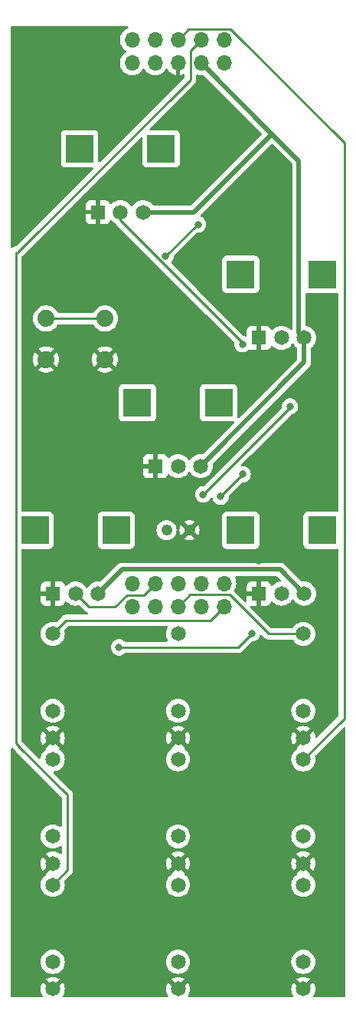
<source format=gtl>
%TF.GenerationSoftware,KiCad,Pcbnew,7.0.8*%
%TF.CreationDate,2024-02-25T17:45:40-05:00*%
%TF.ProjectId,lichen-bifocals-control-board,6c696368-656e-42d6-9269-666f63616c73,1.0*%
%TF.SameCoordinates,Original*%
%TF.FileFunction,Copper,L1,Top*%
%TF.FilePolarity,Positive*%
%FSLAX46Y46*%
G04 Gerber Fmt 4.6, Leading zero omitted, Abs format (unit mm)*
G04 Created by KiCad (PCBNEW 7.0.8) date 2024-02-25 17:45:40*
%MOMM*%
%LPD*%
G01*
G04 APERTURE LIST*
%TA.AperFunction,ComponentPad*%
%ADD10C,1.650000*%
%TD*%
%TA.AperFunction,ComponentPad*%
%ADD11R,1.650000X1.650000*%
%TD*%
%TA.AperFunction,ComponentPad*%
%ADD12R,3.116000X3.116000*%
%TD*%
%TA.AperFunction,ComponentPad*%
%ADD13C,1.219200*%
%TD*%
%TA.AperFunction,ComponentPad*%
%ADD14C,1.879600*%
%TD*%
%TA.AperFunction,ComponentPad*%
%ADD15O,1.700000X1.700000*%
%TD*%
%TA.AperFunction,ViaPad*%
%ADD16C,0.800000*%
%TD*%
%TA.AperFunction,Conductor*%
%ADD17C,0.250000*%
%TD*%
%TA.AperFunction,Conductor*%
%ADD18C,0.500000*%
%TD*%
G04 APERTURE END LIST*
D10*
%TO.P,J9,GND,GND*%
%TO.N,GND*%
X134004000Y-216929000D03*
%TO.P,J9,NORM,NORM*%
%TO.N,unconnected-(J9-PadNORM)*%
X134004000Y-213929000D03*
%TO.P,J9,TIP,TIP*%
%TO.N,AUDIO_OUT_R*%
X134004000Y-205429000D03*
%TD*%
%TO.P,J6,GND,GND*%
%TO.N,GND*%
X106297000Y-203077000D03*
%TO.P,J6,NORM,NORM*%
%TO.N,unconnected-(J6-PadNORM)*%
X106297000Y-200077000D03*
%TO.P,J6,TIP,TIP*%
%TO.N,AUDIO_IN_L*%
X106297000Y-191577000D03*
%TD*%
D11*
%TO.P,VR5,1,1*%
%TO.N,GND*%
X129087000Y-173284000D03*
D10*
%TO.P,VR5,2,2*%
%TO.N,POT_5_CV_10*%
X131587000Y-173284000D03*
%TO.P,VR5,3,3*%
%TO.N,+3.3V*%
X134087000Y-173284000D03*
D12*
%TO.P,VR5,CHASSIS1*%
%TO.N,N/C*%
X127087000Y-166284000D03*
%TO.P,VR5,CHASSIS2*%
X136087000Y-166284000D03*
%TD*%
D11*
%TO.P,VR1,1,1*%
%TO.N,GND*%
X111272000Y-131176000D03*
D10*
%TO.P,VR1,2,2*%
%TO.N,POT_1_CV_6*%
X113772000Y-131176000D03*
%TO.P,VR1,3,3*%
%TO.N,+5V*%
X116272000Y-131176000D03*
D12*
%TO.P,VR1,CHASSIS1*%
%TO.N,N/C*%
X109272000Y-124176000D03*
%TO.P,VR1,CHASSIS2*%
X118272000Y-124176000D03*
%TD*%
D11*
%TO.P,VR3,1,1*%
%TO.N,GND*%
X117650000Y-159203000D03*
D10*
%TO.P,VR3,2,2*%
%TO.N,POT_3_CV_8*%
X120150000Y-159203000D03*
%TO.P,VR3,3,3*%
%TO.N,+5V*%
X122650000Y-159203000D03*
D12*
%TO.P,VR3,CHASSIS1*%
%TO.N,N/C*%
X115650000Y-152203000D03*
%TO.P,VR3,CHASSIS2*%
X124650000Y-152203000D03*
%TD*%
D10*
%TO.P,J5,GND,GND*%
%TO.N,GND*%
X120150000Y-216929000D03*
%TO.P,J5,NORM,NORM*%
%TO.N,unconnected-(J5-PadNORM)*%
X120150000Y-213929000D03*
%TO.P,J5,TIP,TIP*%
%TO.N,JACK_CV_5*%
X120150000Y-205429000D03*
%TD*%
D11*
%TO.P,VR4,1,1*%
%TO.N,GND*%
X106316000Y-173284000D03*
D10*
%TO.P,VR4,2,2*%
%TO.N,POT_4_CV_9*%
X108816000Y-173284000D03*
%TO.P,VR4,3,3*%
%TO.N,+3.3V*%
X111316000Y-173284000D03*
D12*
%TO.P,VR4,CHASSIS1*%
%TO.N,N/C*%
X104316000Y-166284000D03*
%TO.P,VR4,CHASSIS2*%
X113316000Y-166284000D03*
%TD*%
D10*
%TO.P,J2,GND,GND*%
%TO.N,GND*%
X120150000Y-189223000D03*
%TO.P,J2,NORM,NORM*%
%TO.N,unconnected-(J2-PadNORM)*%
X120150000Y-186223000D03*
%TO.P,J2,TIP,TIP*%
%TO.N,JACK_CV_2*%
X120150000Y-177723000D03*
%TD*%
%TO.P,J4,GND,GND*%
%TO.N,GND*%
X120150000Y-203077000D03*
%TO.P,J4,NORM,NORM*%
%TO.N,unconnected-(J4-PadNORM)*%
X120150000Y-200077000D03*
%TO.P,J4,TIP,TIP*%
%TO.N,JACK_CV_4*%
X120150000Y-191577000D03*
%TD*%
%TO.P,J3,GND,GND*%
%TO.N,GND*%
X134004000Y-189223000D03*
%TO.P,J3,NORM,NORM*%
%TO.N,unconnected-(J3-PadNORM)*%
X134004000Y-186223000D03*
%TO.P,J3,TIP,TIP*%
%TO.N,JACK_CV_3*%
X134004000Y-177723000D03*
%TD*%
%TO.P,J8,GND,GND*%
%TO.N,GND*%
X134004000Y-203077000D03*
%TO.P,J8,NORM,NORM*%
%TO.N,unconnected-(J8-PadNORM)*%
X134004000Y-200077000D03*
%TO.P,J8,TIP,TIP*%
%TO.N,AUDIO_OUT_L*%
X134004000Y-191577000D03*
%TD*%
D11*
%TO.P,VR2,1,1*%
%TO.N,GND*%
X129087000Y-145057000D03*
D10*
%TO.P,VR2,2,2*%
%TO.N,POT_2_CV_7*%
X131587000Y-145057000D03*
%TO.P,VR2,3,3*%
%TO.N,+5V*%
X134087000Y-145057000D03*
D12*
%TO.P,VR2,CHASSIS1*%
%TO.N,N/C*%
X127087000Y-138057000D03*
%TO.P,VR2,CHASSIS2*%
X136087000Y-138057000D03*
%TD*%
D10*
%TO.P,J7,GND,GND*%
%TO.N,GND*%
X106297000Y-216929000D03*
%TO.P,J7,NORM,NORM*%
%TO.N,AUDIO_IN_L*%
X106297000Y-213929000D03*
%TO.P,J7,TIP,TIP*%
%TO.N,AUDIO_IN_R*%
X106297000Y-205429000D03*
%TD*%
D13*
%TO.P,LED1,A,A*%
%TO.N,LED_CV_OUT*%
X118880000Y-166284000D03*
%TO.P,LED1,K,C*%
%TO.N,GND*%
X121420000Y-166284000D03*
%TD*%
D10*
%TO.P,J1,GND,GND*%
%TO.N,GND*%
X106297000Y-189223000D03*
%TO.P,J1,NORM,NORM*%
%TO.N,unconnected-(J1-PadNORM)*%
X106297000Y-186223000D03*
%TO.P,J1,TIP,TIP*%
%TO.N,JACK_CV_1*%
X106297000Y-177723000D03*
%TD*%
D14*
%TO.P,S1,1,1*%
%TO.N,BUTTON*%
X105564800Y-142909400D03*
%TO.P,S1,2,2*%
X112067200Y-142909400D03*
%TO.P,S1,3,3*%
%TO.N,GND*%
X105564800Y-147430600D03*
%TO.P,S1,4,4*%
X112067200Y-147430600D03*
%TD*%
D15*
%TO.P,H2,1,1*%
%TO.N,JACK_CV_1*%
X125230000Y-174720000D03*
%TO.P,H2,2,2*%
%TO.N,POT_1_CV_6*%
X125230000Y-172180000D03*
%TO.P,H2,3,3*%
%TO.N,JACK_CV_2*%
X122690000Y-174720000D03*
%TO.P,H2,4,4*%
%TO.N,POT_2_CV_7*%
X122690000Y-172180000D03*
%TO.P,H2,5,5*%
%TO.N,JACK_CV_3*%
X120150000Y-174720000D03*
%TO.P,H2,6,6*%
%TO.N,POT_3_CV_8*%
X120150000Y-172180000D03*
%TO.P,H2,7,7*%
%TO.N,JACK_CV_4*%
X117610000Y-174720000D03*
%TO.P,H2,8,8*%
%TO.N,POT_4_CV_9*%
X117610000Y-172180000D03*
%TO.P,H2,9,9*%
%TO.N,JACK_CV_5*%
X115070000Y-174720000D03*
%TO.P,H2,10,10*%
%TO.N,POT_5_CV_10*%
X115070000Y-172180000D03*
%TD*%
%TO.P,H1,1,1*%
%TO.N,+3.3V*%
X125230000Y-114690000D03*
%TO.P,H1,2,2*%
%TO.N,AUDIO_IN_L*%
X125230000Y-112150000D03*
%TO.P,H1,3,3*%
%TO.N,+5V*%
X122690000Y-114690000D03*
%TO.P,H1,4,4*%
%TO.N,AUDIO_IN_R*%
X122690000Y-112150000D03*
%TO.P,H1,5,5*%
%TO.N,GND*%
X120150000Y-114690000D03*
%TO.P,H1,6,6*%
%TO.N,AUDIO_OUT_L*%
X120150000Y-112150000D03*
%TO.P,H1,7,7*%
%TO.N,LED_CV_OUT*%
X117610000Y-114690000D03*
%TO.P,H1,8,8*%
%TO.N,AUDIO_OUT_R*%
X117610000Y-112150000D03*
%TO.P,H1,9,9*%
%TO.N,BUTTON*%
X115070000Y-114690000D03*
%TO.P,H1,10,10*%
%TO.N,unconnected-(H1-Pad10)*%
X115070000Y-112150000D03*
%TD*%
D16*
%TO.N,GND*%
X123690000Y-139780000D03*
X122160000Y-118330000D03*
X129080000Y-169650000D03*
X121550000Y-141920000D03*
%TO.N,POT_1_CV_6*%
X127270000Y-145750000D03*
X127300000Y-160120000D03*
X124860000Y-162580000D03*
%TO.N,POT_2_CV_7*%
X132530000Y-152630000D03*
X122930000Y-162340000D03*
%TO.N,AUDIO_IN_L*%
X118770000Y-136050000D03*
X122360000Y-132530000D03*
%TO.N,POT_5_CV_10*%
X113610000Y-179210000D03*
X128330000Y-177670000D03*
%TD*%
D17*
%TO.N,JACK_CV_1*%
X106272000Y-177723000D02*
X107775000Y-176220000D01*
X107775000Y-176220000D02*
X123730000Y-176220000D01*
X123730000Y-176220000D02*
X125230000Y-174720000D01*
%TO.N,POT_1_CV_6*%
X127240000Y-145545305D02*
X127240000Y-145580000D01*
X113772000Y-131176000D02*
X113772000Y-132077305D01*
X124860000Y-162580000D02*
X124810000Y-162580000D01*
X124860000Y-162530000D02*
X124860000Y-162580000D01*
X127300000Y-160120000D02*
X127270000Y-160120000D01*
X124810000Y-162580000D02*
X124860000Y-162530000D01*
X113772000Y-132077305D02*
X127240000Y-145545305D01*
X125080000Y-172030000D02*
X125230000Y-172180000D01*
X127270000Y-160120000D02*
X124860000Y-162530000D01*
%TO.N,POT_2_CV_7*%
X122930000Y-162340000D02*
X122910000Y-162340000D01*
X122930000Y-162320000D02*
X122930000Y-162340000D01*
X122930000Y-162340000D02*
X132535000Y-152735000D01*
%TO.N,JACK_CV_3*%
X125860000Y-173420000D02*
X121450000Y-173420000D01*
X121450000Y-173420000D02*
X120150000Y-174720000D01*
X130163000Y-177723000D02*
X125860000Y-173420000D01*
X133980000Y-177723000D02*
X130163000Y-177723000D01*
%TO.N,BUTTON*%
X105564800Y-142909400D02*
X111274204Y-142909400D01*
%TO.N,AUDIO_IN_L*%
X118770000Y-136050000D02*
X122290000Y-132530000D01*
X122290000Y-132530000D02*
X122360000Y-132530000D01*
X122360000Y-132530000D02*
X122360000Y-132460000D01*
X122360000Y-132460000D02*
X122320000Y-132500000D01*
%TO.N,AUDIO_IN_R*%
X102220000Y-189820000D02*
X102220000Y-175860000D01*
X102433000Y-135627634D02*
X121515000Y-116545634D01*
X121515000Y-116545634D02*
X121515000Y-113325000D01*
X121515000Y-113325000D02*
X122690000Y-112150000D01*
X107910000Y-203815000D02*
X107910000Y-195510000D01*
X107910000Y-195510000D02*
X102430000Y-190030000D01*
X102655000Y-190255000D02*
X102220000Y-189820000D01*
X102223000Y-175857000D02*
X102223000Y-135593634D01*
X106296000Y-205429000D02*
X107910000Y-203815000D01*
%TO.N,AUDIO_OUT_L*%
X125980000Y-110970000D02*
X121330000Y-110970000D01*
X138525000Y-187056000D02*
X138525000Y-123515000D01*
X121330000Y-110970000D02*
X120150000Y-112150000D01*
X138525000Y-123515000D02*
X125980000Y-110970000D01*
X134004000Y-191577000D02*
X138525000Y-187056000D01*
D18*
%TO.N,+3.3V*%
X113980000Y-170620000D02*
X131423000Y-170620000D01*
X111316000Y-173284000D02*
X113980000Y-170620000D01*
X131423000Y-170620000D02*
X134087000Y-173284000D01*
D17*
%TO.N,POT_4_CV_9*%
X113190634Y-174740000D02*
X114490634Y-173440000D01*
X116350000Y-173440000D02*
X117610000Y-172180000D01*
X114490634Y-173440000D02*
X116350000Y-173440000D01*
X110272000Y-174740000D02*
X113190634Y-174740000D01*
X108816000Y-173284000D02*
X110272000Y-174740000D01*
%TO.N,POT_5_CV_10*%
X128330000Y-177670000D02*
X126780000Y-179220000D01*
X113650000Y-179220000D02*
X113610000Y-179210000D01*
X126780000Y-179220000D02*
X113650000Y-179220000D01*
X113610000Y-179210000D02*
X113630000Y-179220000D01*
X113630000Y-179220000D02*
X113640000Y-179220000D01*
D18*
%TO.N,+5V*%
X134087000Y-145057000D02*
X133520000Y-144490000D01*
X116272000Y-131176000D02*
X121924000Y-131176000D01*
X121924000Y-131176000D02*
X130550000Y-122550000D01*
X134087000Y-147766000D02*
X134087000Y-145057000D01*
X122650000Y-159203000D02*
X134087000Y-147766000D01*
X133520000Y-125520000D02*
X130550000Y-122550000D01*
X130550000Y-122550000D02*
X122690000Y-114690000D01*
X133520000Y-144490000D02*
X133520000Y-125520000D01*
%TD*%
%TA.AperFunction,Conductor*%
%TO.N,GND*%
G36*
X131127809Y-171390185D02*
G01*
X131148451Y-171406819D01*
X131498342Y-171756710D01*
X131531827Y-171818033D01*
X131526843Y-171887725D01*
X131484971Y-171943658D01*
X131421468Y-171967919D01*
X131355955Y-171973650D01*
X131355948Y-171973651D01*
X131131917Y-172033681D01*
X130921718Y-172131699D01*
X130921714Y-172131701D01*
X130731735Y-172264726D01*
X130607023Y-172389438D01*
X130545700Y-172422922D01*
X130476008Y-172417938D01*
X130420075Y-172376066D01*
X130403160Y-172345089D01*
X130355354Y-172216913D01*
X130355350Y-172216906D01*
X130269190Y-172101812D01*
X130269187Y-172101809D01*
X130154093Y-172015649D01*
X130154086Y-172015645D01*
X130019379Y-171965403D01*
X130019372Y-171965401D01*
X129959844Y-171959000D01*
X129337000Y-171959000D01*
X129337000Y-172792316D01*
X129308181Y-172774791D01*
X129162596Y-172734000D01*
X129049378Y-172734000D01*
X128937217Y-172749416D01*
X128837000Y-172792946D01*
X128837000Y-171959000D01*
X128214155Y-171959000D01*
X128154627Y-171965401D01*
X128154620Y-171965403D01*
X128019913Y-172015645D01*
X128019906Y-172015649D01*
X127904812Y-172101809D01*
X127904809Y-172101812D01*
X127818649Y-172216906D01*
X127818645Y-172216913D01*
X127768403Y-172351620D01*
X127768401Y-172351627D01*
X127762000Y-172411155D01*
X127762000Y-173034000D01*
X128592148Y-173034000D01*
X128543441Y-173171047D01*
X128533123Y-173321886D01*
X128563884Y-173469915D01*
X128597090Y-173534000D01*
X127762000Y-173534000D01*
X127762000Y-174138047D01*
X127742315Y-174205086D01*
X127689511Y-174250841D01*
X127620353Y-174260785D01*
X127556797Y-174231760D01*
X127550319Y-174225728D01*
X126386339Y-173061748D01*
X126352854Y-173000425D01*
X126357838Y-172930733D01*
X126372442Y-172902947D01*
X126404035Y-172857830D01*
X126503903Y-172643663D01*
X126565063Y-172415408D01*
X126585659Y-172180000D01*
X126565063Y-171944592D01*
X126503903Y-171716337D01*
X126424895Y-171546905D01*
X126414403Y-171477827D01*
X126442923Y-171414043D01*
X126501399Y-171375804D01*
X126537277Y-171370500D01*
X131060770Y-171370500D01*
X131127809Y-171390185D01*
G37*
%TD.AperFunction*%
%TA.AperFunction,Conductor*%
G36*
X122296593Y-115982728D02*
G01*
X122322647Y-115989709D01*
X122454592Y-116025063D01*
X122642918Y-116041539D01*
X122689999Y-116045659D01*
X122690000Y-116045659D01*
X122690001Y-116045659D01*
X122725284Y-116042571D01*
X122903013Y-116027022D01*
X122971512Y-116040788D01*
X123001501Y-116062869D01*
X129400950Y-122462318D01*
X129434435Y-122523641D01*
X129429451Y-122593333D01*
X129400950Y-122637680D01*
X121649451Y-130389181D01*
X121588128Y-130422666D01*
X121561770Y-130425500D01*
X117429180Y-130425500D01*
X117362141Y-130405815D01*
X117327605Y-130372623D01*
X117291273Y-130320735D01*
X117291268Y-130320729D01*
X117127269Y-130156730D01*
X117127263Y-130156726D01*
X116937282Y-130023699D01*
X116727079Y-129925680D01*
X116727076Y-129925679D01*
X116727074Y-129925678D01*
X116503051Y-129865651D01*
X116503044Y-129865650D01*
X116272002Y-129845437D01*
X116271998Y-129845437D01*
X116040955Y-129865650D01*
X116040948Y-129865651D01*
X115816917Y-129925681D01*
X115606718Y-130023699D01*
X115606714Y-130023701D01*
X115416735Y-130156726D01*
X115416729Y-130156731D01*
X115252731Y-130320729D01*
X115252726Y-130320735D01*
X115123575Y-130505183D01*
X115068998Y-130548808D01*
X114999500Y-130556002D01*
X114937145Y-130524479D01*
X114920425Y-130505183D01*
X114791273Y-130320735D01*
X114791268Y-130320729D01*
X114627269Y-130156730D01*
X114627263Y-130156726D01*
X114437282Y-130023699D01*
X114227079Y-129925680D01*
X114227076Y-129925679D01*
X114227074Y-129925678D01*
X114003051Y-129865651D01*
X114003044Y-129865650D01*
X113772002Y-129845437D01*
X113771998Y-129845437D01*
X113540955Y-129865650D01*
X113540948Y-129865651D01*
X113316917Y-129925681D01*
X113106718Y-130023699D01*
X113106714Y-130023701D01*
X112916735Y-130156726D01*
X112792023Y-130281438D01*
X112730700Y-130314922D01*
X112661008Y-130309938D01*
X112605075Y-130268066D01*
X112588160Y-130237089D01*
X112540354Y-130108913D01*
X112540350Y-130108906D01*
X112454190Y-129993812D01*
X112454187Y-129993809D01*
X112339093Y-129907649D01*
X112339086Y-129907645D01*
X112204379Y-129857403D01*
X112204372Y-129857401D01*
X112144844Y-129851000D01*
X111522000Y-129851000D01*
X111522000Y-130684316D01*
X111493181Y-130666791D01*
X111347596Y-130626000D01*
X111234378Y-130626000D01*
X111122217Y-130641416D01*
X111022000Y-130684946D01*
X111022000Y-129851000D01*
X110399155Y-129851000D01*
X110339627Y-129857401D01*
X110339620Y-129857403D01*
X110204913Y-129907645D01*
X110204906Y-129907649D01*
X110089812Y-129993809D01*
X110089809Y-129993812D01*
X110003649Y-130108906D01*
X110003645Y-130108913D01*
X109953403Y-130243620D01*
X109953401Y-130243627D01*
X109947000Y-130303155D01*
X109947000Y-130926000D01*
X110777148Y-130926000D01*
X110728441Y-131063047D01*
X110718123Y-131213886D01*
X110748884Y-131361915D01*
X110782090Y-131426000D01*
X109947000Y-131426000D01*
X109947000Y-132048844D01*
X109953401Y-132108372D01*
X109953403Y-132108379D01*
X110003645Y-132243086D01*
X110003649Y-132243093D01*
X110089809Y-132358187D01*
X110089812Y-132358190D01*
X110204906Y-132444350D01*
X110204913Y-132444354D01*
X110339620Y-132494596D01*
X110339627Y-132494598D01*
X110399155Y-132500999D01*
X110399172Y-132501000D01*
X111022000Y-132501000D01*
X111022000Y-131667683D01*
X111050819Y-131685209D01*
X111196404Y-131726000D01*
X111309622Y-131726000D01*
X111421783Y-131710584D01*
X111522000Y-131667053D01*
X111522000Y-132501000D01*
X112144828Y-132501000D01*
X112144844Y-132500999D01*
X112204372Y-132494598D01*
X112204379Y-132494596D01*
X112339086Y-132444354D01*
X112339093Y-132444350D01*
X112454187Y-132358190D01*
X112454190Y-132358187D01*
X112540350Y-132243093D01*
X112540355Y-132243084D01*
X112588160Y-132114911D01*
X112630030Y-132058977D01*
X112695495Y-132034559D01*
X112763768Y-132049410D01*
X112792023Y-132070562D01*
X112916730Y-132195269D01*
X113106718Y-132328301D01*
X113190298Y-132367275D01*
X113238211Y-132406772D01*
X113246897Y-132418727D01*
X113250106Y-132423611D01*
X113273828Y-132463722D01*
X113273833Y-132463729D01*
X113287990Y-132477885D01*
X113300628Y-132492681D01*
X113312405Y-132508891D01*
X113312406Y-132508892D01*
X113348309Y-132538593D01*
X113352620Y-132542515D01*
X123250236Y-142440132D01*
X126341317Y-145531213D01*
X126374802Y-145592536D01*
X126376957Y-145631855D01*
X126366872Y-145727816D01*
X126364540Y-145750000D01*
X126384326Y-145938256D01*
X126384327Y-145938259D01*
X126442818Y-146118277D01*
X126442821Y-146118284D01*
X126537467Y-146282216D01*
X126627313Y-146382000D01*
X126664129Y-146422888D01*
X126817265Y-146534148D01*
X126817270Y-146534151D01*
X126990192Y-146611142D01*
X126990197Y-146611144D01*
X127175354Y-146650500D01*
X127175355Y-146650500D01*
X127364644Y-146650500D01*
X127364646Y-146650500D01*
X127549803Y-146611144D01*
X127722730Y-146534151D01*
X127875871Y-146422888D01*
X127921379Y-146372345D01*
X127980865Y-146335697D01*
X128050722Y-146337026D01*
X128056864Y-146339135D01*
X128154623Y-146375597D01*
X128154627Y-146375598D01*
X128214155Y-146381999D01*
X128214172Y-146382000D01*
X128837000Y-146382000D01*
X128837000Y-145548683D01*
X128865819Y-145566209D01*
X129011404Y-145607000D01*
X129124622Y-145607000D01*
X129236783Y-145591584D01*
X129337000Y-145548053D01*
X129337000Y-146382000D01*
X129959828Y-146382000D01*
X129959844Y-146381999D01*
X130019372Y-146375598D01*
X130019379Y-146375596D01*
X130154086Y-146325354D01*
X130154093Y-146325350D01*
X130269187Y-146239190D01*
X130269190Y-146239187D01*
X130355350Y-146124093D01*
X130355355Y-146124084D01*
X130403160Y-145995911D01*
X130445030Y-145939977D01*
X130510495Y-145915559D01*
X130578768Y-145930410D01*
X130607023Y-145951562D01*
X130731731Y-146076270D01*
X130921718Y-146209301D01*
X131131921Y-146307320D01*
X131355950Y-146367349D01*
X131520985Y-146381787D01*
X131586998Y-146387563D01*
X131587000Y-146387563D01*
X131587002Y-146387563D01*
X131650586Y-146382000D01*
X131818050Y-146367349D01*
X132042079Y-146307320D01*
X132252282Y-146209301D01*
X132442269Y-146076270D01*
X132606270Y-145912269D01*
X132735427Y-145727814D01*
X132790002Y-145684192D01*
X132859501Y-145676999D01*
X132921855Y-145708521D01*
X132938569Y-145727809D01*
X133067730Y-145912269D01*
X133231729Y-146076268D01*
X133231735Y-146076273D01*
X133283623Y-146112605D01*
X133327248Y-146167181D01*
X133336500Y-146214180D01*
X133336500Y-147403769D01*
X133316815Y-147470808D01*
X133300181Y-147491450D01*
X126920180Y-153871450D01*
X126858857Y-153904935D01*
X126789165Y-153899951D01*
X126733232Y-153858079D01*
X126708815Y-153792615D01*
X126708499Y-153783796D01*
X126708499Y-150597128D01*
X126702091Y-150537517D01*
X126651796Y-150402669D01*
X126651795Y-150402668D01*
X126651793Y-150402664D01*
X126565547Y-150287455D01*
X126565544Y-150287452D01*
X126450335Y-150201206D01*
X126450328Y-150201202D01*
X126315482Y-150150908D01*
X126315483Y-150150908D01*
X126255883Y-150144501D01*
X126255881Y-150144500D01*
X126255873Y-150144500D01*
X126255864Y-150144500D01*
X123044129Y-150144500D01*
X123044123Y-150144501D01*
X122984516Y-150150908D01*
X122849671Y-150201202D01*
X122849664Y-150201206D01*
X122734455Y-150287452D01*
X122734452Y-150287455D01*
X122648206Y-150402664D01*
X122648202Y-150402671D01*
X122597908Y-150537517D01*
X122591501Y-150597116D01*
X122591501Y-150597123D01*
X122591500Y-150597135D01*
X122591500Y-153808870D01*
X122591501Y-153808876D01*
X122597908Y-153868483D01*
X122648202Y-154003328D01*
X122648206Y-154003335D01*
X122734452Y-154118544D01*
X122734455Y-154118547D01*
X122849664Y-154204793D01*
X122849671Y-154204797D01*
X122984517Y-154255091D01*
X122984516Y-154255091D01*
X122991444Y-154255835D01*
X123044127Y-154261500D01*
X126230770Y-154261499D01*
X126297809Y-154281184D01*
X126343564Y-154333988D01*
X126353508Y-154403146D01*
X126324483Y-154466702D01*
X126318451Y-154473180D01*
X122938423Y-157853207D01*
X122877100Y-157886692D01*
X122839935Y-157889053D01*
X122786751Y-157884401D01*
X122650002Y-157872437D01*
X122649998Y-157872437D01*
X122418955Y-157892650D01*
X122418948Y-157892651D01*
X122194917Y-157952681D01*
X121984718Y-158050699D01*
X121984714Y-158050701D01*
X121794735Y-158183726D01*
X121794729Y-158183731D01*
X121630731Y-158347729D01*
X121630726Y-158347735D01*
X121501575Y-158532183D01*
X121446998Y-158575808D01*
X121377500Y-158583002D01*
X121315145Y-158551479D01*
X121298425Y-158532183D01*
X121169273Y-158347735D01*
X121169268Y-158347729D01*
X121005269Y-158183730D01*
X121005263Y-158183726D01*
X120815282Y-158050699D01*
X120605079Y-157952680D01*
X120605076Y-157952679D01*
X120605074Y-157952678D01*
X120381051Y-157892651D01*
X120381044Y-157892650D01*
X120150002Y-157872437D01*
X120149998Y-157872437D01*
X119918955Y-157892650D01*
X119918948Y-157892651D01*
X119694917Y-157952681D01*
X119484718Y-158050699D01*
X119484714Y-158050701D01*
X119294735Y-158183726D01*
X119170023Y-158308438D01*
X119108700Y-158341922D01*
X119039008Y-158336938D01*
X118983075Y-158295066D01*
X118966160Y-158264089D01*
X118918354Y-158135913D01*
X118918350Y-158135906D01*
X118832190Y-158020812D01*
X118832187Y-158020809D01*
X118717093Y-157934649D01*
X118717086Y-157934645D01*
X118582379Y-157884403D01*
X118582372Y-157884401D01*
X118522844Y-157878000D01*
X117900000Y-157878000D01*
X117900000Y-158711316D01*
X117871181Y-158693791D01*
X117725596Y-158653000D01*
X117612378Y-158653000D01*
X117500217Y-158668416D01*
X117400000Y-158711946D01*
X117400000Y-157878000D01*
X116777155Y-157878000D01*
X116717627Y-157884401D01*
X116717620Y-157884403D01*
X116582913Y-157934645D01*
X116582906Y-157934649D01*
X116467812Y-158020809D01*
X116467809Y-158020812D01*
X116381649Y-158135906D01*
X116381645Y-158135913D01*
X116331403Y-158270620D01*
X116331401Y-158270627D01*
X116325000Y-158330155D01*
X116325000Y-158953000D01*
X117155148Y-158953000D01*
X117106441Y-159090047D01*
X117096123Y-159240886D01*
X117126884Y-159388915D01*
X117160090Y-159453000D01*
X116325000Y-159453000D01*
X116325000Y-160075844D01*
X116331401Y-160135372D01*
X116331403Y-160135379D01*
X116381645Y-160270086D01*
X116381649Y-160270093D01*
X116467809Y-160385187D01*
X116467812Y-160385190D01*
X116582906Y-160471350D01*
X116582913Y-160471354D01*
X116717620Y-160521596D01*
X116717627Y-160521598D01*
X116777155Y-160527999D01*
X116777172Y-160528000D01*
X117400000Y-160528000D01*
X117400000Y-159694683D01*
X117428819Y-159712209D01*
X117574404Y-159753000D01*
X117687622Y-159753000D01*
X117799783Y-159737584D01*
X117900000Y-159694053D01*
X117900000Y-160528000D01*
X118522828Y-160528000D01*
X118522844Y-160527999D01*
X118582372Y-160521598D01*
X118582379Y-160521596D01*
X118717086Y-160471354D01*
X118717093Y-160471350D01*
X118832187Y-160385190D01*
X118832190Y-160385187D01*
X118918350Y-160270093D01*
X118918355Y-160270084D01*
X118966160Y-160141911D01*
X119008030Y-160085977D01*
X119073495Y-160061559D01*
X119141768Y-160076410D01*
X119170023Y-160097562D01*
X119294731Y-160222270D01*
X119484718Y-160355301D01*
X119694921Y-160453320D01*
X119918950Y-160513349D01*
X120083985Y-160527787D01*
X120149998Y-160533563D01*
X120150000Y-160533563D01*
X120150002Y-160533563D01*
X120213586Y-160528000D01*
X120381050Y-160513349D01*
X120605079Y-160453320D01*
X120815282Y-160355301D01*
X121005269Y-160222270D01*
X121169270Y-160058269D01*
X121298427Y-159873814D01*
X121353002Y-159830192D01*
X121422501Y-159822999D01*
X121484855Y-159854521D01*
X121501569Y-159873809D01*
X121630730Y-160058269D01*
X121794731Y-160222270D01*
X121984718Y-160355301D01*
X122194921Y-160453320D01*
X122418950Y-160513349D01*
X122583985Y-160527787D01*
X122649998Y-160533563D01*
X122650000Y-160533563D01*
X122650002Y-160533563D01*
X122713586Y-160528000D01*
X122881050Y-160513349D01*
X123105079Y-160453320D01*
X123315282Y-160355301D01*
X123505269Y-160222270D01*
X123669270Y-160058269D01*
X123802301Y-159868282D01*
X123900320Y-159658079D01*
X123960349Y-159434050D01*
X123980563Y-159203000D01*
X123963945Y-159013059D01*
X123977711Y-158944563D01*
X123999789Y-158914577D01*
X134572638Y-148341727D01*
X134586267Y-148329950D01*
X134605530Y-148315610D01*
X134605532Y-148315606D01*
X134605534Y-148315606D01*
X134623663Y-148293999D01*
X134639113Y-148275585D01*
X134642767Y-148271599D01*
X134648591Y-148265776D01*
X134668930Y-148240052D01*
X134718302Y-148181214D01*
X134718306Y-148181205D01*
X134722274Y-148175175D01*
X134722325Y-148175208D01*
X134726369Y-148168860D01*
X134726317Y-148168828D01*
X134730104Y-148162685D01*
X134730111Y-148162677D01*
X134762572Y-148093063D01*
X134797040Y-148024433D01*
X134797041Y-148024427D01*
X134799508Y-148017650D01*
X134799566Y-148017671D01*
X134802043Y-148010544D01*
X134801986Y-148010526D01*
X134804255Y-148003679D01*
X134804256Y-148003674D01*
X134804257Y-148003672D01*
X134819790Y-147928441D01*
X134837500Y-147853721D01*
X134837500Y-147853719D01*
X134838339Y-147846548D01*
X134838398Y-147846554D01*
X134839164Y-147839054D01*
X134839105Y-147839049D01*
X134839734Y-147831859D01*
X134837500Y-147755082D01*
X134837500Y-146214180D01*
X134857185Y-146147141D01*
X134890377Y-146112605D01*
X134897599Y-146107548D01*
X134942269Y-146076270D01*
X135106270Y-145912269D01*
X135239301Y-145722282D01*
X135337320Y-145512079D01*
X135397349Y-145288050D01*
X135417563Y-145057000D01*
X135414248Y-145019114D01*
X135404281Y-144905183D01*
X135397349Y-144825950D01*
X135337320Y-144601921D01*
X135239301Y-144391719D01*
X135239299Y-144391716D01*
X135239298Y-144391714D01*
X135106273Y-144201735D01*
X135106268Y-144201729D01*
X134942269Y-144037730D01*
X134942263Y-144037726D01*
X134752282Y-143904699D01*
X134542079Y-143806680D01*
X134542075Y-143806679D01*
X134542073Y-143806678D01*
X134362406Y-143758536D01*
X134302746Y-143722171D01*
X134272217Y-143659324D01*
X134270500Y-143638761D01*
X134270500Y-140230121D01*
X134290185Y-140163082D01*
X134342989Y-140117327D01*
X134412147Y-140107383D01*
X134420675Y-140109000D01*
X134421515Y-140109090D01*
X134421517Y-140109091D01*
X134481127Y-140115500D01*
X137692872Y-140115499D01*
X137752483Y-140109091D01*
X137752482Y-140109091D01*
X137760196Y-140108262D01*
X137760503Y-140111118D01*
X137816735Y-140114124D01*
X137873413Y-140154981D01*
X137899005Y-140219996D01*
X137899500Y-140231067D01*
X137899500Y-164109933D01*
X137879815Y-164176972D01*
X137827011Y-164222727D01*
X137760240Y-164232327D01*
X137760196Y-164232738D01*
X137758588Y-164232565D01*
X137757853Y-164232671D01*
X137755600Y-164232243D01*
X137692883Y-164225501D01*
X137692881Y-164225500D01*
X137692873Y-164225500D01*
X137692864Y-164225500D01*
X134481129Y-164225500D01*
X134481123Y-164225501D01*
X134421516Y-164231908D01*
X134286671Y-164282202D01*
X134286664Y-164282206D01*
X134171455Y-164368452D01*
X134171452Y-164368455D01*
X134085206Y-164483664D01*
X134085202Y-164483671D01*
X134034908Y-164618517D01*
X134028501Y-164678116D01*
X134028501Y-164678123D01*
X134028500Y-164678135D01*
X134028500Y-167889870D01*
X134028501Y-167889876D01*
X134034908Y-167949483D01*
X134085202Y-168084328D01*
X134085206Y-168084335D01*
X134171452Y-168199544D01*
X134171455Y-168199547D01*
X134286664Y-168285793D01*
X134286671Y-168285797D01*
X134421517Y-168336091D01*
X134421516Y-168336091D01*
X134428444Y-168336835D01*
X134481127Y-168342500D01*
X137692872Y-168342499D01*
X137752483Y-168336091D01*
X137752482Y-168336091D01*
X137760196Y-168335262D01*
X137760503Y-168338118D01*
X137816735Y-168341124D01*
X137873413Y-168381981D01*
X137899005Y-168446996D01*
X137899500Y-168458067D01*
X137899500Y-186745546D01*
X137879815Y-186812585D01*
X137863181Y-186833227D01*
X135533303Y-189163103D01*
X135471980Y-189196588D01*
X135402288Y-189191604D01*
X135346355Y-189149732D01*
X135322094Y-189086229D01*
X135313854Y-188992041D01*
X135313852Y-188992031D01*
X135253851Y-188768099D01*
X135253847Y-188768090D01*
X135155868Y-188557972D01*
X135100974Y-188479576D01*
X134529929Y-189050622D01*
X134527116Y-189037085D01*
X134457558Y-188902844D01*
X134354362Y-188792348D01*
X134225181Y-188713791D01*
X134173997Y-188699450D01*
X134747423Y-188126024D01*
X134747422Y-188126023D01*
X134669031Y-188071133D01*
X134669029Y-188071132D01*
X134458909Y-187973152D01*
X134458900Y-187973148D01*
X134234968Y-187913147D01*
X134234958Y-187913145D01*
X134004001Y-187892939D01*
X134003999Y-187892939D01*
X133773041Y-187913145D01*
X133773031Y-187913147D01*
X133549099Y-187973148D01*
X133549090Y-187973152D01*
X133338971Y-188071132D01*
X133338969Y-188071133D01*
X133260577Y-188126024D01*
X133260576Y-188126024D01*
X133832431Y-188697878D01*
X133715542Y-188748651D01*
X133598261Y-188844066D01*
X133511072Y-188967585D01*
X133480645Y-189053197D01*
X132907024Y-188479576D01*
X132907024Y-188479577D01*
X132852133Y-188557969D01*
X132852132Y-188557971D01*
X132754152Y-188768090D01*
X132754148Y-188768099D01*
X132694147Y-188992031D01*
X132694145Y-188992041D01*
X132673939Y-189222999D01*
X132673939Y-189223000D01*
X132694145Y-189453958D01*
X132694147Y-189453968D01*
X132754148Y-189677900D01*
X132754152Y-189677909D01*
X132852132Y-189888029D01*
X132852133Y-189888031D01*
X132907023Y-189966422D01*
X132907024Y-189966423D01*
X133478070Y-189395376D01*
X133480884Y-189408915D01*
X133550442Y-189543156D01*
X133653638Y-189653652D01*
X133782819Y-189732209D01*
X133834002Y-189746549D01*
X133260575Y-190319975D01*
X133262264Y-190339280D01*
X133272986Y-190352693D01*
X133280181Y-190422192D01*
X133248661Y-190484547D01*
X133229363Y-190501269D01*
X133148738Y-190557723D01*
X133148729Y-190557731D01*
X132984731Y-190721729D01*
X132984726Y-190721735D01*
X132851701Y-190911714D01*
X132851699Y-190911718D01*
X132753681Y-191121917D01*
X132693651Y-191345948D01*
X132693650Y-191345955D01*
X132673437Y-191576998D01*
X132673437Y-191577001D01*
X132693650Y-191808044D01*
X132693651Y-191808051D01*
X132753678Y-192032074D01*
X132753679Y-192032076D01*
X132753680Y-192032079D01*
X132851699Y-192242282D01*
X132984730Y-192432269D01*
X133148731Y-192596270D01*
X133338718Y-192729301D01*
X133548921Y-192827320D01*
X133772950Y-192887349D01*
X133937985Y-192901787D01*
X134003998Y-192907563D01*
X134004000Y-192907563D01*
X134004002Y-192907563D01*
X134061762Y-192902509D01*
X134235050Y-192887349D01*
X134459079Y-192827320D01*
X134669282Y-192729301D01*
X134859269Y-192596270D01*
X135023270Y-192432269D01*
X135156301Y-192242282D01*
X135254320Y-192032079D01*
X135314349Y-191808050D01*
X135334563Y-191577000D01*
X135314349Y-191345950D01*
X135291731Y-191261540D01*
X135293393Y-191191690D01*
X135323822Y-191141766D01*
X138437821Y-188027768D01*
X138499142Y-187994285D01*
X138568834Y-187999269D01*
X138624767Y-188041141D01*
X138649184Y-188106605D01*
X138649500Y-188115451D01*
X138649500Y-217725500D01*
X138629815Y-217792539D01*
X138577011Y-217838294D01*
X138525500Y-217849500D01*
X135215187Y-217849500D01*
X135148148Y-217829815D01*
X135102393Y-217777011D01*
X135092449Y-217707853D01*
X135113613Y-217654376D01*
X135155862Y-217594037D01*
X135155866Y-217594031D01*
X135253847Y-217383909D01*
X135253851Y-217383900D01*
X135313852Y-217159968D01*
X135313854Y-217159958D01*
X135334061Y-216929000D01*
X135334061Y-216928999D01*
X135313854Y-216698041D01*
X135313852Y-216698031D01*
X135253851Y-216474099D01*
X135253847Y-216474090D01*
X135155868Y-216263972D01*
X135100974Y-216185576D01*
X134529928Y-216756621D01*
X134527116Y-216743085D01*
X134457558Y-216608844D01*
X134354362Y-216498348D01*
X134225181Y-216419791D01*
X134173997Y-216405450D01*
X134747423Y-215832024D01*
X134747422Y-215832023D01*
X134669031Y-215777133D01*
X134669029Y-215777132D01*
X134458909Y-215679152D01*
X134458900Y-215679148D01*
X134234968Y-215619147D01*
X134234958Y-215619145D01*
X134004001Y-215598939D01*
X134003999Y-215598939D01*
X133773041Y-215619145D01*
X133773031Y-215619147D01*
X133549099Y-215679148D01*
X133549090Y-215679152D01*
X133338971Y-215777132D01*
X133338969Y-215777133D01*
X133260577Y-215832024D01*
X133260576Y-215832024D01*
X133832431Y-216403878D01*
X133715542Y-216454651D01*
X133598261Y-216550066D01*
X133511072Y-216673585D01*
X133480645Y-216759197D01*
X132907024Y-216185576D01*
X132907024Y-216185577D01*
X132852133Y-216263969D01*
X132852132Y-216263971D01*
X132754152Y-216474090D01*
X132754148Y-216474099D01*
X132694147Y-216698031D01*
X132694145Y-216698041D01*
X132673939Y-216928999D01*
X132673939Y-216929000D01*
X132694145Y-217159958D01*
X132694147Y-217159968D01*
X132754148Y-217383900D01*
X132754152Y-217383909D01*
X132852133Y-217594031D01*
X132852137Y-217594037D01*
X132894387Y-217654376D01*
X132916715Y-217720582D01*
X132899705Y-217788349D01*
X132848758Y-217836163D01*
X132792813Y-217849500D01*
X121361187Y-217849500D01*
X121294148Y-217829815D01*
X121248393Y-217777011D01*
X121238449Y-217707853D01*
X121259613Y-217654376D01*
X121301862Y-217594037D01*
X121301866Y-217594031D01*
X121399847Y-217383909D01*
X121399851Y-217383900D01*
X121459852Y-217159968D01*
X121459854Y-217159958D01*
X121480061Y-216929000D01*
X121480061Y-216928999D01*
X121459854Y-216698041D01*
X121459852Y-216698031D01*
X121399851Y-216474099D01*
X121399847Y-216474090D01*
X121301868Y-216263972D01*
X121246974Y-216185576D01*
X120675928Y-216756621D01*
X120673116Y-216743085D01*
X120603558Y-216608844D01*
X120500362Y-216498348D01*
X120371181Y-216419791D01*
X120319997Y-216405450D01*
X120893423Y-215832024D01*
X120893422Y-215832023D01*
X120815031Y-215777133D01*
X120815029Y-215777132D01*
X120604909Y-215679152D01*
X120604900Y-215679148D01*
X120380968Y-215619147D01*
X120380958Y-215619145D01*
X120150001Y-215598939D01*
X120149999Y-215598939D01*
X119919041Y-215619145D01*
X119919031Y-215619147D01*
X119695099Y-215679148D01*
X119695090Y-215679152D01*
X119484971Y-215777132D01*
X119484969Y-215777133D01*
X119406577Y-215832024D01*
X119406576Y-215832024D01*
X119978431Y-216403878D01*
X119861542Y-216454651D01*
X119744261Y-216550066D01*
X119657072Y-216673585D01*
X119626645Y-216759197D01*
X119053024Y-216185576D01*
X119053024Y-216185577D01*
X118998133Y-216263969D01*
X118998132Y-216263971D01*
X118900152Y-216474090D01*
X118900148Y-216474099D01*
X118840147Y-216698031D01*
X118840145Y-216698041D01*
X118819939Y-216928999D01*
X118819939Y-216929000D01*
X118840145Y-217159958D01*
X118840147Y-217159968D01*
X118900148Y-217383900D01*
X118900152Y-217383909D01*
X118998133Y-217594031D01*
X118998137Y-217594037D01*
X119040387Y-217654376D01*
X119062715Y-217720582D01*
X119045705Y-217788349D01*
X118994758Y-217836163D01*
X118938813Y-217849500D01*
X107508187Y-217849500D01*
X107441148Y-217829815D01*
X107395393Y-217777011D01*
X107385449Y-217707853D01*
X107406613Y-217654376D01*
X107448862Y-217594037D01*
X107448866Y-217594031D01*
X107546847Y-217383909D01*
X107546851Y-217383900D01*
X107606852Y-217159968D01*
X107606854Y-217159958D01*
X107627061Y-216929000D01*
X107627061Y-216928999D01*
X107606854Y-216698041D01*
X107606852Y-216698031D01*
X107546851Y-216474099D01*
X107546847Y-216474090D01*
X107448868Y-216263972D01*
X107393974Y-216185576D01*
X106822928Y-216756621D01*
X106820116Y-216743085D01*
X106750558Y-216608844D01*
X106647362Y-216498348D01*
X106518181Y-216419791D01*
X106466997Y-216405450D01*
X107040423Y-215832024D01*
X107040422Y-215832023D01*
X106962031Y-215777133D01*
X106962029Y-215777132D01*
X106751909Y-215679152D01*
X106751900Y-215679148D01*
X106527968Y-215619147D01*
X106527958Y-215619145D01*
X106297001Y-215598939D01*
X106296999Y-215598939D01*
X106066041Y-215619145D01*
X106066031Y-215619147D01*
X105842099Y-215679148D01*
X105842090Y-215679152D01*
X105631971Y-215777132D01*
X105631969Y-215777133D01*
X105553577Y-215832024D01*
X105553576Y-215832024D01*
X106125431Y-216403878D01*
X106008542Y-216454651D01*
X105891261Y-216550066D01*
X105804072Y-216673585D01*
X105773645Y-216759197D01*
X105200024Y-216185576D01*
X105200024Y-216185577D01*
X105145133Y-216263969D01*
X105145132Y-216263971D01*
X105047152Y-216474090D01*
X105047148Y-216474099D01*
X104987147Y-216698031D01*
X104987145Y-216698041D01*
X104966939Y-216928999D01*
X104966939Y-216929000D01*
X104987145Y-217159958D01*
X104987147Y-217159968D01*
X105047148Y-217383900D01*
X105047152Y-217383909D01*
X105145133Y-217594031D01*
X105145137Y-217594037D01*
X105187387Y-217654376D01*
X105209715Y-217720582D01*
X105192705Y-217788349D01*
X105141758Y-217836163D01*
X105085813Y-217849500D01*
X101774500Y-217849500D01*
X101707461Y-217829815D01*
X101661706Y-217777011D01*
X101650500Y-217725500D01*
X101650500Y-213929001D01*
X104966437Y-213929001D01*
X104986650Y-214160044D01*
X104986651Y-214160051D01*
X105046678Y-214384074D01*
X105046679Y-214384076D01*
X105046680Y-214384079D01*
X105144699Y-214594282D01*
X105277730Y-214784269D01*
X105441731Y-214948270D01*
X105631718Y-215081301D01*
X105841921Y-215179320D01*
X106065950Y-215239349D01*
X106230985Y-215253787D01*
X106296998Y-215259563D01*
X106297000Y-215259563D01*
X106297002Y-215259563D01*
X106354762Y-215254509D01*
X106528050Y-215239349D01*
X106752079Y-215179320D01*
X106962282Y-215081301D01*
X107152269Y-214948270D01*
X107316270Y-214784269D01*
X107449301Y-214594282D01*
X107547320Y-214384079D01*
X107607349Y-214160050D01*
X107627563Y-213929001D01*
X118819437Y-213929001D01*
X118839650Y-214160044D01*
X118839651Y-214160051D01*
X118899678Y-214384074D01*
X118899679Y-214384076D01*
X118899680Y-214384079D01*
X118997699Y-214594282D01*
X119130730Y-214784269D01*
X119294731Y-214948270D01*
X119484718Y-215081301D01*
X119694921Y-215179320D01*
X119918950Y-215239349D01*
X120083985Y-215253787D01*
X120149998Y-215259563D01*
X120150000Y-215259563D01*
X120150002Y-215259563D01*
X120207762Y-215254509D01*
X120381050Y-215239349D01*
X120605079Y-215179320D01*
X120815282Y-215081301D01*
X121005269Y-214948270D01*
X121169270Y-214784269D01*
X121302301Y-214594282D01*
X121400320Y-214384079D01*
X121460349Y-214160050D01*
X121480563Y-213929001D01*
X132673437Y-213929001D01*
X132693650Y-214160044D01*
X132693651Y-214160051D01*
X132753678Y-214384074D01*
X132753679Y-214384076D01*
X132753680Y-214384079D01*
X132851699Y-214594282D01*
X132984730Y-214784269D01*
X133148731Y-214948270D01*
X133338718Y-215081301D01*
X133548921Y-215179320D01*
X133772950Y-215239349D01*
X133937985Y-215253787D01*
X134003998Y-215259563D01*
X134004000Y-215259563D01*
X134004002Y-215259563D01*
X134061762Y-215254509D01*
X134235050Y-215239349D01*
X134459079Y-215179320D01*
X134669282Y-215081301D01*
X134859269Y-214948270D01*
X135023270Y-214784269D01*
X135156301Y-214594282D01*
X135254320Y-214384079D01*
X135314349Y-214160050D01*
X135334563Y-213929000D01*
X135314349Y-213697950D01*
X135254320Y-213473921D01*
X135156301Y-213263719D01*
X135156299Y-213263716D01*
X135156298Y-213263714D01*
X135023273Y-213073735D01*
X135023268Y-213073729D01*
X134859269Y-212909730D01*
X134859263Y-212909726D01*
X134669282Y-212776699D01*
X134459079Y-212678680D01*
X134459076Y-212678679D01*
X134459074Y-212678678D01*
X134235051Y-212618651D01*
X134235044Y-212618650D01*
X134004002Y-212598437D01*
X134003998Y-212598437D01*
X133772955Y-212618650D01*
X133772948Y-212618651D01*
X133548917Y-212678681D01*
X133338718Y-212776699D01*
X133338714Y-212776701D01*
X133148735Y-212909726D01*
X133148729Y-212909731D01*
X132984731Y-213073729D01*
X132984726Y-213073735D01*
X132851701Y-213263714D01*
X132851699Y-213263718D01*
X132753681Y-213473917D01*
X132693651Y-213697948D01*
X132693650Y-213697955D01*
X132673437Y-213928998D01*
X132673437Y-213929001D01*
X121480563Y-213929001D01*
X121480563Y-213929000D01*
X121460349Y-213697950D01*
X121400320Y-213473921D01*
X121302301Y-213263719D01*
X121302299Y-213263716D01*
X121302298Y-213263714D01*
X121169273Y-213073735D01*
X121169268Y-213073729D01*
X121005269Y-212909730D01*
X121005263Y-212909726D01*
X120815282Y-212776699D01*
X120605079Y-212678680D01*
X120605076Y-212678679D01*
X120605074Y-212678678D01*
X120381051Y-212618651D01*
X120381044Y-212618650D01*
X120150002Y-212598437D01*
X120149998Y-212598437D01*
X119918955Y-212618650D01*
X119918948Y-212618651D01*
X119694917Y-212678681D01*
X119484718Y-212776699D01*
X119484714Y-212776701D01*
X119294735Y-212909726D01*
X119294729Y-212909731D01*
X119130731Y-213073729D01*
X119130726Y-213073735D01*
X118997701Y-213263714D01*
X118997699Y-213263718D01*
X118899681Y-213473917D01*
X118839651Y-213697948D01*
X118839650Y-213697955D01*
X118819437Y-213928998D01*
X118819437Y-213929001D01*
X107627563Y-213929001D01*
X107627563Y-213929000D01*
X107607349Y-213697950D01*
X107547320Y-213473921D01*
X107449301Y-213263719D01*
X107449299Y-213263716D01*
X107449298Y-213263714D01*
X107316273Y-213073735D01*
X107316268Y-213073729D01*
X107152269Y-212909730D01*
X107152263Y-212909726D01*
X106962282Y-212776699D01*
X106752079Y-212678680D01*
X106752076Y-212678679D01*
X106752074Y-212678678D01*
X106528051Y-212618651D01*
X106528044Y-212618650D01*
X106297002Y-212598437D01*
X106296998Y-212598437D01*
X106065955Y-212618650D01*
X106065948Y-212618651D01*
X105841917Y-212678681D01*
X105631718Y-212776699D01*
X105631714Y-212776701D01*
X105441735Y-212909726D01*
X105441729Y-212909731D01*
X105277731Y-213073729D01*
X105277726Y-213073735D01*
X105144701Y-213263714D01*
X105144699Y-213263718D01*
X105046681Y-213473917D01*
X104986651Y-213697948D01*
X104986650Y-213697955D01*
X104966437Y-213928998D01*
X104966437Y-213929001D01*
X101650500Y-213929001D01*
X101650500Y-190434452D01*
X101670185Y-190367413D01*
X101722989Y-190321658D01*
X101792147Y-190311714D01*
X101855703Y-190340739D01*
X101862181Y-190346771D01*
X102242062Y-190726654D01*
X102242092Y-190726682D01*
X107248181Y-195732771D01*
X107281666Y-195794094D01*
X107284500Y-195820452D01*
X107284500Y-198912117D01*
X107264815Y-198979156D01*
X107212011Y-199024911D01*
X107142853Y-199034855D01*
X107089377Y-199013692D01*
X106962282Y-198924699D01*
X106752079Y-198826680D01*
X106752076Y-198826679D01*
X106752074Y-198826678D01*
X106528051Y-198766651D01*
X106528044Y-198766650D01*
X106297002Y-198746437D01*
X106296998Y-198746437D01*
X106065955Y-198766650D01*
X106065948Y-198766651D01*
X105841917Y-198826681D01*
X105631718Y-198924699D01*
X105631714Y-198924701D01*
X105441735Y-199057726D01*
X105441729Y-199057731D01*
X105277731Y-199221729D01*
X105277726Y-199221735D01*
X105144701Y-199411714D01*
X105144699Y-199411718D01*
X105046681Y-199621917D01*
X104986651Y-199845948D01*
X104986650Y-199845955D01*
X104966437Y-200076998D01*
X104966437Y-200077001D01*
X104986650Y-200308044D01*
X104986651Y-200308051D01*
X105046678Y-200532074D01*
X105046679Y-200532076D01*
X105046680Y-200532079D01*
X105144699Y-200742282D01*
X105277730Y-200932269D01*
X105441731Y-201096270D01*
X105631718Y-201229301D01*
X105841921Y-201327320D01*
X106065950Y-201387349D01*
X106230985Y-201401787D01*
X106296998Y-201407563D01*
X106297000Y-201407563D01*
X106297002Y-201407563D01*
X106354762Y-201402509D01*
X106528050Y-201387349D01*
X106752079Y-201327320D01*
X106962282Y-201229301D01*
X107089377Y-201140307D01*
X107155582Y-201117980D01*
X107223349Y-201134990D01*
X107271162Y-201185937D01*
X107284500Y-201241882D01*
X107284500Y-201912727D01*
X107264815Y-201979766D01*
X107212011Y-202025521D01*
X107142853Y-202035465D01*
X107089376Y-202014302D01*
X106962030Y-201925132D01*
X106751909Y-201827152D01*
X106751900Y-201827148D01*
X106527968Y-201767147D01*
X106527958Y-201767145D01*
X106297001Y-201746939D01*
X106296999Y-201746939D01*
X106066041Y-201767145D01*
X106066031Y-201767147D01*
X105842099Y-201827148D01*
X105842090Y-201827152D01*
X105631971Y-201925132D01*
X105631969Y-201925133D01*
X105553577Y-201980024D01*
X105553576Y-201980024D01*
X106125431Y-202551878D01*
X106008542Y-202602651D01*
X105891261Y-202698066D01*
X105804072Y-202821585D01*
X105773645Y-202907197D01*
X105200024Y-202333576D01*
X105200024Y-202333577D01*
X105145133Y-202411969D01*
X105145132Y-202411971D01*
X105047152Y-202622090D01*
X105047148Y-202622099D01*
X104987147Y-202846031D01*
X104987145Y-202846041D01*
X104966939Y-203076999D01*
X104966939Y-203077000D01*
X104987145Y-203307958D01*
X104987147Y-203307968D01*
X105047148Y-203531900D01*
X105047152Y-203531909D01*
X105145132Y-203742029D01*
X105145133Y-203742031D01*
X105200023Y-203820422D01*
X105200024Y-203820423D01*
X105771070Y-203249376D01*
X105773884Y-203262915D01*
X105843442Y-203397156D01*
X105946638Y-203507652D01*
X106075819Y-203586209D01*
X106127001Y-203600549D01*
X105553575Y-204173975D01*
X105555341Y-204194163D01*
X105564558Y-204205693D01*
X105571753Y-204275191D01*
X105540233Y-204337547D01*
X105520935Y-204354269D01*
X105441738Y-204409723D01*
X105441729Y-204409731D01*
X105277731Y-204573729D01*
X105277726Y-204573735D01*
X105144701Y-204763714D01*
X105144699Y-204763718D01*
X105046681Y-204973917D01*
X104986651Y-205197948D01*
X104986650Y-205197955D01*
X104966437Y-205428998D01*
X104966437Y-205429001D01*
X104986650Y-205660044D01*
X104986651Y-205660051D01*
X105046678Y-205884074D01*
X105046679Y-205884076D01*
X105046680Y-205884079D01*
X105144699Y-206094282D01*
X105277730Y-206284269D01*
X105441731Y-206448270D01*
X105631718Y-206581301D01*
X105841921Y-206679320D01*
X106065950Y-206739349D01*
X106230985Y-206753787D01*
X106296998Y-206759563D01*
X106297000Y-206759563D01*
X106297002Y-206759563D01*
X106354762Y-206754509D01*
X106528050Y-206739349D01*
X106752079Y-206679320D01*
X106962282Y-206581301D01*
X107152269Y-206448270D01*
X107316270Y-206284269D01*
X107449301Y-206094282D01*
X107547320Y-205884079D01*
X107607349Y-205660050D01*
X107627563Y-205429001D01*
X118819437Y-205429001D01*
X118839650Y-205660044D01*
X118839651Y-205660051D01*
X118899678Y-205884074D01*
X118899679Y-205884076D01*
X118899680Y-205884079D01*
X118997699Y-206094282D01*
X119130730Y-206284269D01*
X119294731Y-206448270D01*
X119484718Y-206581301D01*
X119694921Y-206679320D01*
X119918950Y-206739349D01*
X120083985Y-206753787D01*
X120149998Y-206759563D01*
X120150000Y-206759563D01*
X120150002Y-206759563D01*
X120207762Y-206754509D01*
X120381050Y-206739349D01*
X120605079Y-206679320D01*
X120815282Y-206581301D01*
X121005269Y-206448270D01*
X121169270Y-206284269D01*
X121302301Y-206094282D01*
X121400320Y-205884079D01*
X121460349Y-205660050D01*
X121480563Y-205429001D01*
X132673437Y-205429001D01*
X132693650Y-205660044D01*
X132693651Y-205660051D01*
X132753678Y-205884074D01*
X132753679Y-205884076D01*
X132753680Y-205884079D01*
X132851699Y-206094282D01*
X132984730Y-206284269D01*
X133148731Y-206448270D01*
X133338718Y-206581301D01*
X133548921Y-206679320D01*
X133772950Y-206739349D01*
X133937985Y-206753787D01*
X134003998Y-206759563D01*
X134004000Y-206759563D01*
X134004002Y-206759563D01*
X134061762Y-206754509D01*
X134235050Y-206739349D01*
X134459079Y-206679320D01*
X134669282Y-206581301D01*
X134859269Y-206448270D01*
X135023270Y-206284269D01*
X135156301Y-206094282D01*
X135254320Y-205884079D01*
X135314349Y-205660050D01*
X135334563Y-205429000D01*
X135314349Y-205197950D01*
X135254320Y-204973921D01*
X135156301Y-204763719D01*
X135156299Y-204763716D01*
X135156298Y-204763714D01*
X135023273Y-204573735D01*
X135023268Y-204573729D01*
X134859272Y-204409733D01*
X134859264Y-204409726D01*
X134780064Y-204354270D01*
X134736439Y-204299693D01*
X134729245Y-204230195D01*
X134745279Y-204198476D01*
X134747423Y-204173975D01*
X134175568Y-203602121D01*
X134292458Y-203551349D01*
X134409739Y-203455934D01*
X134496928Y-203332415D01*
X134527354Y-203246802D01*
X135100975Y-203820423D01*
X135155867Y-203742030D01*
X135253847Y-203531909D01*
X135253851Y-203531900D01*
X135313852Y-203307968D01*
X135313854Y-203307958D01*
X135334061Y-203077000D01*
X135334061Y-203076999D01*
X135313854Y-202846041D01*
X135313852Y-202846031D01*
X135253851Y-202622099D01*
X135253847Y-202622090D01*
X135155868Y-202411972D01*
X135100974Y-202333576D01*
X134529929Y-202904622D01*
X134527116Y-202891085D01*
X134457558Y-202756844D01*
X134354362Y-202646348D01*
X134225181Y-202567791D01*
X134173997Y-202553450D01*
X134747423Y-201980024D01*
X134747422Y-201980023D01*
X134669031Y-201925133D01*
X134669029Y-201925132D01*
X134458909Y-201827152D01*
X134458900Y-201827148D01*
X134234968Y-201767147D01*
X134234958Y-201767145D01*
X134004001Y-201746939D01*
X134003999Y-201746939D01*
X133773041Y-201767145D01*
X133773031Y-201767147D01*
X133549099Y-201827148D01*
X133549090Y-201827152D01*
X133338971Y-201925132D01*
X133338969Y-201925133D01*
X133260577Y-201980024D01*
X133260576Y-201980024D01*
X133832431Y-202551878D01*
X133715542Y-202602651D01*
X133598261Y-202698066D01*
X133511072Y-202821585D01*
X133480645Y-202907197D01*
X132907024Y-202333576D01*
X132907024Y-202333577D01*
X132852133Y-202411969D01*
X132852132Y-202411971D01*
X132754152Y-202622090D01*
X132754148Y-202622099D01*
X132694147Y-202846031D01*
X132694145Y-202846041D01*
X132673939Y-203076999D01*
X132673939Y-203077000D01*
X132694145Y-203307958D01*
X132694147Y-203307968D01*
X132754148Y-203531900D01*
X132754152Y-203531909D01*
X132852132Y-203742029D01*
X132852133Y-203742031D01*
X132907023Y-203820422D01*
X132907024Y-203820423D01*
X133478070Y-203249376D01*
X133480884Y-203262915D01*
X133550442Y-203397156D01*
X133653638Y-203507652D01*
X133782819Y-203586209D01*
X133834002Y-203600549D01*
X133260575Y-204173975D01*
X133262341Y-204194163D01*
X133271558Y-204205693D01*
X133278753Y-204275191D01*
X133247233Y-204337547D01*
X133227935Y-204354269D01*
X133148738Y-204409723D01*
X133148729Y-204409731D01*
X132984731Y-204573729D01*
X132984726Y-204573735D01*
X132851701Y-204763714D01*
X132851699Y-204763718D01*
X132753681Y-204973917D01*
X132693651Y-205197948D01*
X132693650Y-205197955D01*
X132673437Y-205428998D01*
X132673437Y-205429001D01*
X121480563Y-205429001D01*
X121480563Y-205429000D01*
X121460349Y-205197950D01*
X121400320Y-204973921D01*
X121302301Y-204763719D01*
X121302299Y-204763716D01*
X121302298Y-204763714D01*
X121169273Y-204573735D01*
X121169268Y-204573729D01*
X121005272Y-204409733D01*
X121005264Y-204409726D01*
X120926064Y-204354270D01*
X120882439Y-204299693D01*
X120875245Y-204230195D01*
X120891279Y-204198476D01*
X120893423Y-204173975D01*
X120321568Y-203602121D01*
X120438458Y-203551349D01*
X120555739Y-203455934D01*
X120642928Y-203332415D01*
X120673354Y-203246802D01*
X121246975Y-203820423D01*
X121301867Y-203742030D01*
X121399847Y-203531909D01*
X121399851Y-203531900D01*
X121459852Y-203307968D01*
X121459854Y-203307958D01*
X121480061Y-203077000D01*
X121480061Y-203076999D01*
X121459854Y-202846041D01*
X121459852Y-202846031D01*
X121399851Y-202622099D01*
X121399847Y-202622090D01*
X121301868Y-202411972D01*
X121246974Y-202333576D01*
X120675929Y-202904622D01*
X120673116Y-202891085D01*
X120603558Y-202756844D01*
X120500362Y-202646348D01*
X120371181Y-202567791D01*
X120319997Y-202553450D01*
X120893423Y-201980024D01*
X120893422Y-201980023D01*
X120815031Y-201925133D01*
X120815029Y-201925132D01*
X120604909Y-201827152D01*
X120604900Y-201827148D01*
X120380968Y-201767147D01*
X120380958Y-201767145D01*
X120150001Y-201746939D01*
X120149999Y-201746939D01*
X119919041Y-201767145D01*
X119919031Y-201767147D01*
X119695099Y-201827148D01*
X119695090Y-201827152D01*
X119484971Y-201925132D01*
X119484969Y-201925133D01*
X119406577Y-201980024D01*
X119406576Y-201980024D01*
X119978431Y-202551878D01*
X119861542Y-202602651D01*
X119744261Y-202698066D01*
X119657072Y-202821585D01*
X119626645Y-202907197D01*
X119053024Y-202333576D01*
X119053024Y-202333577D01*
X118998133Y-202411969D01*
X118998132Y-202411971D01*
X118900152Y-202622090D01*
X118900148Y-202622099D01*
X118840147Y-202846031D01*
X118840145Y-202846041D01*
X118819939Y-203076999D01*
X118819939Y-203077000D01*
X118840145Y-203307958D01*
X118840147Y-203307968D01*
X118900148Y-203531900D01*
X118900152Y-203531909D01*
X118998132Y-203742029D01*
X118998133Y-203742031D01*
X119053023Y-203820422D01*
X119053024Y-203820423D01*
X119624070Y-203249376D01*
X119626884Y-203262915D01*
X119696442Y-203397156D01*
X119799638Y-203507652D01*
X119928819Y-203586209D01*
X119980002Y-203600549D01*
X119406575Y-204173975D01*
X119408341Y-204194163D01*
X119417558Y-204205693D01*
X119424753Y-204275191D01*
X119393233Y-204337547D01*
X119373935Y-204354269D01*
X119294738Y-204409723D01*
X119294729Y-204409731D01*
X119130731Y-204573729D01*
X119130726Y-204573735D01*
X118997701Y-204763714D01*
X118997699Y-204763718D01*
X118899681Y-204973917D01*
X118839651Y-205197948D01*
X118839650Y-205197955D01*
X118819437Y-205428998D01*
X118819437Y-205429001D01*
X107627563Y-205429001D01*
X107627563Y-205429000D01*
X107607349Y-205197950D01*
X107584519Y-205112748D01*
X107586182Y-205042900D01*
X107616611Y-204992977D01*
X108293786Y-204315802D01*
X108306048Y-204305980D01*
X108305865Y-204305759D01*
X108311867Y-204300792D01*
X108311877Y-204300786D01*
X108359241Y-204250348D01*
X108380120Y-204229470D01*
X108384373Y-204223986D01*
X108388150Y-204219563D01*
X108420062Y-204185582D01*
X108429714Y-204168023D01*
X108440389Y-204151772D01*
X108452674Y-204135936D01*
X108471186Y-204093152D01*
X108473742Y-204087935D01*
X108496197Y-204047092D01*
X108501180Y-204027680D01*
X108507477Y-204009291D01*
X108515438Y-203990895D01*
X108522729Y-203944853D01*
X108523908Y-203939162D01*
X108535500Y-203894019D01*
X108535500Y-203873983D01*
X108537027Y-203854582D01*
X108540160Y-203834804D01*
X108535775Y-203788415D01*
X108535500Y-203782577D01*
X108535500Y-200077001D01*
X118819437Y-200077001D01*
X118839650Y-200308044D01*
X118839651Y-200308051D01*
X118899678Y-200532074D01*
X118899679Y-200532076D01*
X118899680Y-200532079D01*
X118997699Y-200742282D01*
X119130730Y-200932269D01*
X119294731Y-201096270D01*
X119484718Y-201229301D01*
X119694921Y-201327320D01*
X119918950Y-201387349D01*
X120083985Y-201401787D01*
X120149998Y-201407563D01*
X120150000Y-201407563D01*
X120150002Y-201407563D01*
X120207762Y-201402509D01*
X120381050Y-201387349D01*
X120605079Y-201327320D01*
X120815282Y-201229301D01*
X121005269Y-201096270D01*
X121169270Y-200932269D01*
X121302301Y-200742282D01*
X121400320Y-200532079D01*
X121460349Y-200308050D01*
X121480563Y-200077001D01*
X132673437Y-200077001D01*
X132693650Y-200308044D01*
X132693651Y-200308051D01*
X132753678Y-200532074D01*
X132753679Y-200532076D01*
X132753680Y-200532079D01*
X132851699Y-200742282D01*
X132984730Y-200932269D01*
X133148731Y-201096270D01*
X133338718Y-201229301D01*
X133548921Y-201327320D01*
X133772950Y-201387349D01*
X133937985Y-201401787D01*
X134003998Y-201407563D01*
X134004000Y-201407563D01*
X134004002Y-201407563D01*
X134061762Y-201402509D01*
X134235050Y-201387349D01*
X134459079Y-201327320D01*
X134669282Y-201229301D01*
X134859269Y-201096270D01*
X135023270Y-200932269D01*
X135156301Y-200742282D01*
X135254320Y-200532079D01*
X135314349Y-200308050D01*
X135334563Y-200077000D01*
X135314349Y-199845950D01*
X135254320Y-199621921D01*
X135156301Y-199411719D01*
X135156299Y-199411716D01*
X135156298Y-199411714D01*
X135023273Y-199221735D01*
X135023268Y-199221729D01*
X134859269Y-199057730D01*
X134812399Y-199024911D01*
X134669282Y-198924699D01*
X134459079Y-198826680D01*
X134459076Y-198826679D01*
X134459074Y-198826678D01*
X134235051Y-198766651D01*
X134235044Y-198766650D01*
X134004002Y-198746437D01*
X134003998Y-198746437D01*
X133772955Y-198766650D01*
X133772948Y-198766651D01*
X133548917Y-198826681D01*
X133338718Y-198924699D01*
X133338714Y-198924701D01*
X133148735Y-199057726D01*
X133148729Y-199057731D01*
X132984731Y-199221729D01*
X132984726Y-199221735D01*
X132851701Y-199411714D01*
X132851699Y-199411718D01*
X132753681Y-199621917D01*
X132693651Y-199845948D01*
X132693650Y-199845955D01*
X132673437Y-200076998D01*
X132673437Y-200077001D01*
X121480563Y-200077001D01*
X121480563Y-200077000D01*
X121460349Y-199845950D01*
X121400320Y-199621921D01*
X121302301Y-199411719D01*
X121302299Y-199411716D01*
X121302298Y-199411714D01*
X121169273Y-199221735D01*
X121169268Y-199221729D01*
X121005269Y-199057730D01*
X120958399Y-199024911D01*
X120815282Y-198924699D01*
X120605079Y-198826680D01*
X120605076Y-198826679D01*
X120605074Y-198826678D01*
X120381051Y-198766651D01*
X120381044Y-198766650D01*
X120150002Y-198746437D01*
X120149998Y-198746437D01*
X119918955Y-198766650D01*
X119918948Y-198766651D01*
X119694917Y-198826681D01*
X119484718Y-198924699D01*
X119484714Y-198924701D01*
X119294735Y-199057726D01*
X119294729Y-199057731D01*
X119130731Y-199221729D01*
X119130726Y-199221735D01*
X118997701Y-199411714D01*
X118997699Y-199411718D01*
X118899681Y-199621917D01*
X118839651Y-199845948D01*
X118839650Y-199845955D01*
X118819437Y-200076998D01*
X118819437Y-200077001D01*
X108535500Y-200077001D01*
X108535500Y-195592737D01*
X108537224Y-195577123D01*
X108536938Y-195577096D01*
X108537672Y-195569333D01*
X108535500Y-195500203D01*
X108535500Y-195470651D01*
X108535500Y-195470650D01*
X108534629Y-195463759D01*
X108534172Y-195457945D01*
X108532709Y-195411373D01*
X108527121Y-195392139D01*
X108523174Y-195373081D01*
X108520664Y-195353208D01*
X108503507Y-195309875D01*
X108501614Y-195304346D01*
X108488618Y-195259614D01*
X108488617Y-195259610D01*
X108478420Y-195242368D01*
X108469863Y-195224902D01*
X108462486Y-195206268D01*
X108435083Y-195168550D01*
X108431900Y-195163705D01*
X108408170Y-195123579D01*
X108408165Y-195123573D01*
X108394005Y-195109413D01*
X108381370Y-195094620D01*
X108369593Y-195078412D01*
X108333693Y-195048713D01*
X108329381Y-195044790D01*
X106388621Y-193104030D01*
X106355136Y-193042707D01*
X106360120Y-192973015D01*
X106401992Y-192917082D01*
X106465493Y-192892821D01*
X106528050Y-192887349D01*
X106752079Y-192827320D01*
X106962282Y-192729301D01*
X107152269Y-192596270D01*
X107316270Y-192432269D01*
X107449301Y-192242282D01*
X107547320Y-192032079D01*
X107607349Y-191808050D01*
X107627563Y-191577001D01*
X118819437Y-191577001D01*
X118839650Y-191808044D01*
X118839651Y-191808051D01*
X118899678Y-192032074D01*
X118899679Y-192032076D01*
X118899680Y-192032079D01*
X118997699Y-192242282D01*
X119130730Y-192432269D01*
X119294731Y-192596270D01*
X119484718Y-192729301D01*
X119694921Y-192827320D01*
X119918950Y-192887349D01*
X120083985Y-192901787D01*
X120149998Y-192907563D01*
X120150000Y-192907563D01*
X120150002Y-192907563D01*
X120207762Y-192902509D01*
X120381050Y-192887349D01*
X120605079Y-192827320D01*
X120815282Y-192729301D01*
X121005269Y-192596270D01*
X121169270Y-192432269D01*
X121302301Y-192242282D01*
X121400320Y-192032079D01*
X121460349Y-191808050D01*
X121480563Y-191577000D01*
X121460349Y-191345950D01*
X121400320Y-191121921D01*
X121302301Y-190911719D01*
X121302299Y-190911716D01*
X121302298Y-190911714D01*
X121169273Y-190721735D01*
X121169268Y-190721729D01*
X121005269Y-190557730D01*
X121005259Y-190557723D01*
X120924633Y-190501268D01*
X120881011Y-190446693D01*
X120873818Y-190377194D01*
X120891472Y-190342270D01*
X120893423Y-190319975D01*
X120321568Y-189748121D01*
X120438458Y-189697349D01*
X120555739Y-189601934D01*
X120642928Y-189478415D01*
X120673354Y-189392802D01*
X121246975Y-189966423D01*
X121301867Y-189888030D01*
X121399847Y-189677909D01*
X121399851Y-189677900D01*
X121459852Y-189453968D01*
X121459854Y-189453958D01*
X121480061Y-189223000D01*
X121480061Y-189222999D01*
X121459854Y-188992041D01*
X121459852Y-188992031D01*
X121399851Y-188768099D01*
X121399847Y-188768090D01*
X121301868Y-188557972D01*
X121246974Y-188479576D01*
X120675929Y-189050622D01*
X120673116Y-189037085D01*
X120603558Y-188902844D01*
X120500362Y-188792348D01*
X120371181Y-188713791D01*
X120319997Y-188699450D01*
X120893423Y-188126024D01*
X120893422Y-188126023D01*
X120815031Y-188071133D01*
X120815029Y-188071132D01*
X120604909Y-187973152D01*
X120604900Y-187973148D01*
X120380968Y-187913147D01*
X120380958Y-187913145D01*
X120150001Y-187892939D01*
X120149999Y-187892939D01*
X119919041Y-187913145D01*
X119919031Y-187913147D01*
X119695099Y-187973148D01*
X119695090Y-187973152D01*
X119484971Y-188071132D01*
X119484969Y-188071133D01*
X119406577Y-188126024D01*
X119406576Y-188126024D01*
X119978431Y-188697878D01*
X119861542Y-188748651D01*
X119744261Y-188844066D01*
X119657072Y-188967585D01*
X119626645Y-189053197D01*
X119053024Y-188479576D01*
X119053024Y-188479577D01*
X118998133Y-188557969D01*
X118998132Y-188557971D01*
X118900152Y-188768090D01*
X118900148Y-188768099D01*
X118840147Y-188992031D01*
X118840145Y-188992041D01*
X118819939Y-189222999D01*
X118819939Y-189223000D01*
X118840145Y-189453958D01*
X118840147Y-189453968D01*
X118900148Y-189677900D01*
X118900152Y-189677909D01*
X118998132Y-189888029D01*
X118998133Y-189888031D01*
X119053023Y-189966422D01*
X119053024Y-189966423D01*
X119624070Y-189395376D01*
X119626884Y-189408915D01*
X119696442Y-189543156D01*
X119799638Y-189653652D01*
X119928819Y-189732209D01*
X119980002Y-189746549D01*
X119406575Y-190319975D01*
X119408264Y-190339280D01*
X119418986Y-190352693D01*
X119426181Y-190422192D01*
X119394661Y-190484547D01*
X119375363Y-190501269D01*
X119294738Y-190557723D01*
X119294729Y-190557731D01*
X119130731Y-190721729D01*
X119130726Y-190721735D01*
X118997701Y-190911714D01*
X118997699Y-190911718D01*
X118899681Y-191121917D01*
X118839651Y-191345948D01*
X118839650Y-191345955D01*
X118819437Y-191576998D01*
X118819437Y-191577001D01*
X107627563Y-191577001D01*
X107627563Y-191577000D01*
X107607349Y-191345950D01*
X107547320Y-191121921D01*
X107449301Y-190911719D01*
X107449299Y-190911716D01*
X107449298Y-190911714D01*
X107316273Y-190721735D01*
X107316268Y-190721729D01*
X107152269Y-190557730D01*
X107152259Y-190557723D01*
X107071633Y-190501268D01*
X107028011Y-190446693D01*
X107020818Y-190377194D01*
X107038472Y-190342270D01*
X107040423Y-190319975D01*
X106468568Y-189748121D01*
X106585458Y-189697349D01*
X106702739Y-189601934D01*
X106789928Y-189478415D01*
X106820354Y-189392802D01*
X107393975Y-189966423D01*
X107448867Y-189888030D01*
X107546847Y-189677909D01*
X107546851Y-189677900D01*
X107606852Y-189453968D01*
X107606854Y-189453958D01*
X107627061Y-189223000D01*
X107627061Y-189222999D01*
X107606854Y-188992041D01*
X107606852Y-188992031D01*
X107546851Y-188768099D01*
X107546847Y-188768090D01*
X107448868Y-188557972D01*
X107393974Y-188479576D01*
X106822929Y-189050622D01*
X106820116Y-189037085D01*
X106750558Y-188902844D01*
X106647362Y-188792348D01*
X106518181Y-188713791D01*
X106466997Y-188699450D01*
X107040423Y-188126024D01*
X107040422Y-188126023D01*
X106962031Y-188071133D01*
X106962029Y-188071132D01*
X106751909Y-187973152D01*
X106751900Y-187973148D01*
X106527968Y-187913147D01*
X106527958Y-187913145D01*
X106297001Y-187892939D01*
X106296999Y-187892939D01*
X106066041Y-187913145D01*
X106066031Y-187913147D01*
X105842099Y-187973148D01*
X105842090Y-187973152D01*
X105631971Y-188071132D01*
X105631969Y-188071133D01*
X105553577Y-188126024D01*
X105553576Y-188126024D01*
X106125431Y-188697878D01*
X106008542Y-188748651D01*
X105891261Y-188844066D01*
X105804072Y-188967585D01*
X105773645Y-189053197D01*
X105200024Y-188479576D01*
X105200024Y-188479577D01*
X105145133Y-188557969D01*
X105145132Y-188557971D01*
X105047152Y-188768090D01*
X105047148Y-188768099D01*
X104987147Y-188992031D01*
X104987145Y-188992041D01*
X104966939Y-189222999D01*
X104966939Y-189223000D01*
X104987145Y-189453958D01*
X104987147Y-189453968D01*
X105047148Y-189677900D01*
X105047152Y-189677909D01*
X105145132Y-189888029D01*
X105145133Y-189888031D01*
X105200023Y-189966422D01*
X105200024Y-189966423D01*
X105771070Y-189395376D01*
X105773884Y-189408915D01*
X105843442Y-189543156D01*
X105946638Y-189653652D01*
X106075819Y-189732209D01*
X106127002Y-189746549D01*
X105553575Y-190319975D01*
X105555264Y-190339280D01*
X105565986Y-190352693D01*
X105573181Y-190422192D01*
X105541661Y-190484547D01*
X105522363Y-190501269D01*
X105441738Y-190557723D01*
X105441729Y-190557731D01*
X105277731Y-190721729D01*
X105277726Y-190721735D01*
X105144701Y-190911714D01*
X105144699Y-190911718D01*
X105046681Y-191121917D01*
X104986651Y-191345948D01*
X104986650Y-191345954D01*
X104981178Y-191408505D01*
X104955725Y-191473574D01*
X104899134Y-191514552D01*
X104829372Y-191518430D01*
X104769969Y-191485378D01*
X102881819Y-189597228D01*
X102848334Y-189535905D01*
X102845500Y-189509547D01*
X102845500Y-186223001D01*
X104966437Y-186223001D01*
X104986650Y-186454044D01*
X104986651Y-186454051D01*
X105046678Y-186678074D01*
X105046679Y-186678076D01*
X105046680Y-186678079D01*
X105144699Y-186888282D01*
X105277730Y-187078269D01*
X105441731Y-187242270D01*
X105631718Y-187375301D01*
X105841921Y-187473320D01*
X106065950Y-187533349D01*
X106230985Y-187547787D01*
X106296998Y-187553563D01*
X106297000Y-187553563D01*
X106297002Y-187553563D01*
X106354762Y-187548509D01*
X106528050Y-187533349D01*
X106752079Y-187473320D01*
X106962282Y-187375301D01*
X107152269Y-187242270D01*
X107316270Y-187078269D01*
X107449301Y-186888282D01*
X107547320Y-186678079D01*
X107607349Y-186454050D01*
X107627563Y-186223001D01*
X118819437Y-186223001D01*
X118839650Y-186454044D01*
X118839651Y-186454051D01*
X118899678Y-186678074D01*
X118899679Y-186678076D01*
X118899680Y-186678079D01*
X118997699Y-186888282D01*
X119130730Y-187078269D01*
X119294731Y-187242270D01*
X119484718Y-187375301D01*
X119694921Y-187473320D01*
X119918950Y-187533349D01*
X120083985Y-187547787D01*
X120149998Y-187553563D01*
X120150000Y-187553563D01*
X120150002Y-187553563D01*
X120207762Y-187548509D01*
X120381050Y-187533349D01*
X120605079Y-187473320D01*
X120815282Y-187375301D01*
X121005269Y-187242270D01*
X121169270Y-187078269D01*
X121302301Y-186888282D01*
X121400320Y-186678079D01*
X121460349Y-186454050D01*
X121480563Y-186223001D01*
X132673437Y-186223001D01*
X132693650Y-186454044D01*
X132693651Y-186454051D01*
X132753678Y-186678074D01*
X132753679Y-186678076D01*
X132753680Y-186678079D01*
X132851699Y-186888282D01*
X132984730Y-187078269D01*
X133148731Y-187242270D01*
X133338718Y-187375301D01*
X133548921Y-187473320D01*
X133772950Y-187533349D01*
X133937985Y-187547787D01*
X134003998Y-187553563D01*
X134004000Y-187553563D01*
X134004002Y-187553563D01*
X134061762Y-187548509D01*
X134235050Y-187533349D01*
X134459079Y-187473320D01*
X134669282Y-187375301D01*
X134859269Y-187242270D01*
X135023270Y-187078269D01*
X135156301Y-186888282D01*
X135254320Y-186678079D01*
X135314349Y-186454050D01*
X135334563Y-186223000D01*
X135314349Y-185991950D01*
X135254320Y-185767921D01*
X135156301Y-185557719D01*
X135156299Y-185557716D01*
X135156298Y-185557714D01*
X135023273Y-185367735D01*
X135023268Y-185367729D01*
X134859269Y-185203730D01*
X134859263Y-185203726D01*
X134669282Y-185070699D01*
X134459079Y-184972680D01*
X134459076Y-184972679D01*
X134459074Y-184972678D01*
X134235051Y-184912651D01*
X134235044Y-184912650D01*
X134004002Y-184892437D01*
X134003998Y-184892437D01*
X133772955Y-184912650D01*
X133772948Y-184912651D01*
X133548917Y-184972681D01*
X133338718Y-185070699D01*
X133338714Y-185070701D01*
X133148735Y-185203726D01*
X133148729Y-185203731D01*
X132984731Y-185367729D01*
X132984726Y-185367735D01*
X132851701Y-185557714D01*
X132851699Y-185557718D01*
X132753681Y-185767917D01*
X132693651Y-185991948D01*
X132693650Y-185991955D01*
X132673437Y-186222998D01*
X132673437Y-186223001D01*
X121480563Y-186223001D01*
X121480563Y-186223000D01*
X121460349Y-185991950D01*
X121400320Y-185767921D01*
X121302301Y-185557719D01*
X121302299Y-185557716D01*
X121302298Y-185557714D01*
X121169273Y-185367735D01*
X121169268Y-185367729D01*
X121005269Y-185203730D01*
X121005263Y-185203726D01*
X120815282Y-185070699D01*
X120605079Y-184972680D01*
X120605076Y-184972679D01*
X120605074Y-184972678D01*
X120381051Y-184912651D01*
X120381044Y-184912650D01*
X120150002Y-184892437D01*
X120149998Y-184892437D01*
X119918955Y-184912650D01*
X119918948Y-184912651D01*
X119694917Y-184972681D01*
X119484718Y-185070699D01*
X119484714Y-185070701D01*
X119294735Y-185203726D01*
X119294729Y-185203731D01*
X119130731Y-185367729D01*
X119130726Y-185367735D01*
X118997701Y-185557714D01*
X118997699Y-185557718D01*
X118899681Y-185767917D01*
X118839651Y-185991948D01*
X118839650Y-185991955D01*
X118819437Y-186222998D01*
X118819437Y-186223001D01*
X107627563Y-186223001D01*
X107627563Y-186223000D01*
X107607349Y-185991950D01*
X107547320Y-185767921D01*
X107449301Y-185557719D01*
X107449299Y-185557716D01*
X107449298Y-185557714D01*
X107316273Y-185367735D01*
X107316268Y-185367729D01*
X107152269Y-185203730D01*
X107152263Y-185203726D01*
X106962282Y-185070699D01*
X106752079Y-184972680D01*
X106752076Y-184972679D01*
X106752074Y-184972678D01*
X106528051Y-184912651D01*
X106528044Y-184912650D01*
X106297002Y-184892437D01*
X106296998Y-184892437D01*
X106065955Y-184912650D01*
X106065948Y-184912651D01*
X105841917Y-184972681D01*
X105631718Y-185070699D01*
X105631714Y-185070701D01*
X105441735Y-185203726D01*
X105441729Y-185203731D01*
X105277731Y-185367729D01*
X105277726Y-185367735D01*
X105144701Y-185557714D01*
X105144699Y-185557718D01*
X105046681Y-185767917D01*
X104986651Y-185991948D01*
X104986650Y-185991955D01*
X104966437Y-186222998D01*
X104966437Y-186223001D01*
X102845500Y-186223001D01*
X102845500Y-177723001D01*
X104966437Y-177723001D01*
X104986650Y-177954044D01*
X104986651Y-177954051D01*
X105046678Y-178178074D01*
X105046679Y-178178076D01*
X105046680Y-178178079D01*
X105144699Y-178388282D01*
X105277730Y-178578269D01*
X105441731Y-178742270D01*
X105631718Y-178875301D01*
X105841921Y-178973320D01*
X106065950Y-179033349D01*
X106230985Y-179047787D01*
X106296998Y-179053563D01*
X106297000Y-179053563D01*
X106297002Y-179053563D01*
X106354762Y-179048509D01*
X106528050Y-179033349D01*
X106752079Y-178973320D01*
X106962282Y-178875301D01*
X107152269Y-178742270D01*
X107316270Y-178578269D01*
X107449301Y-178388282D01*
X107547320Y-178178079D01*
X107607349Y-177954050D01*
X107627563Y-177723000D01*
X107607349Y-177491950D01*
X107579447Y-177387820D01*
X107581110Y-177317973D01*
X107611537Y-177268051D01*
X107997773Y-176881816D01*
X108059095Y-176848334D01*
X108085453Y-176845500D01*
X118908094Y-176845500D01*
X118975133Y-176865185D01*
X119020888Y-176917989D01*
X119030832Y-176987147D01*
X119009670Y-177040622D01*
X118997700Y-177057716D01*
X118997699Y-177057718D01*
X118899681Y-177267917D01*
X118839651Y-177491948D01*
X118839650Y-177491955D01*
X118819437Y-177722998D01*
X118819437Y-177723001D01*
X118839650Y-177954044D01*
X118839651Y-177954051D01*
X118899678Y-178178074D01*
X118899679Y-178178076D01*
X118899680Y-178178079D01*
X118981321Y-178353159D01*
X118997699Y-178388282D01*
X118997700Y-178388284D01*
X119005466Y-178399374D01*
X119027795Y-178465580D01*
X119010786Y-178533348D01*
X118959839Y-178581162D01*
X118903893Y-178594500D01*
X114322752Y-178594500D01*
X114255713Y-178574815D01*
X114230603Y-178553473D01*
X114215871Y-178537112D01*
X114215864Y-178537106D01*
X114062734Y-178425851D01*
X114062729Y-178425848D01*
X113889807Y-178348857D01*
X113889802Y-178348855D01*
X113738068Y-178316604D01*
X113704646Y-178309500D01*
X113515354Y-178309500D01*
X113482897Y-178316398D01*
X113330197Y-178348855D01*
X113330192Y-178348857D01*
X113157270Y-178425848D01*
X113157265Y-178425851D01*
X113004129Y-178537111D01*
X112877466Y-178677785D01*
X112782821Y-178841715D01*
X112782818Y-178841722D01*
X112724327Y-179021740D01*
X112724326Y-179021744D01*
X112704540Y-179210000D01*
X112724326Y-179398256D01*
X112724327Y-179398259D01*
X112782818Y-179578277D01*
X112782821Y-179578284D01*
X112877467Y-179742216D01*
X112962921Y-179837122D01*
X113004129Y-179882888D01*
X113157265Y-179994148D01*
X113157270Y-179994151D01*
X113330192Y-180071142D01*
X113330197Y-180071144D01*
X113515354Y-180110500D01*
X113515355Y-180110500D01*
X113704644Y-180110500D01*
X113704646Y-180110500D01*
X113889803Y-180071144D01*
X114062730Y-179994151D01*
X114215871Y-179882888D01*
X114215874Y-179882883D01*
X114220701Y-179878539D01*
X114222432Y-179880461D01*
X114272104Y-179849873D01*
X114304744Y-179845500D01*
X126697257Y-179845500D01*
X126712877Y-179847224D01*
X126712904Y-179846939D01*
X126720660Y-179847671D01*
X126720667Y-179847673D01*
X126789814Y-179845500D01*
X126819350Y-179845500D01*
X126826228Y-179844630D01*
X126832041Y-179844172D01*
X126878627Y-179842709D01*
X126897869Y-179837117D01*
X126916912Y-179833174D01*
X126936792Y-179830664D01*
X126980122Y-179813507D01*
X126985646Y-179811617D01*
X126989396Y-179810527D01*
X127030390Y-179798618D01*
X127047629Y-179788422D01*
X127065103Y-179779862D01*
X127083727Y-179772488D01*
X127083727Y-179772487D01*
X127083732Y-179772486D01*
X127121449Y-179745082D01*
X127126305Y-179741892D01*
X127166420Y-179718170D01*
X127180589Y-179703999D01*
X127195379Y-179691368D01*
X127211587Y-179679594D01*
X127241299Y-179643676D01*
X127245212Y-179639376D01*
X128277772Y-178606819D01*
X128339095Y-178573334D01*
X128365453Y-178570500D01*
X128424644Y-178570500D01*
X128424646Y-178570500D01*
X128609803Y-178531144D01*
X128782730Y-178454151D01*
X128935871Y-178342888D01*
X129062533Y-178202216D01*
X129157179Y-178038284D01*
X129201699Y-177901263D01*
X129241136Y-177843589D01*
X129305494Y-177816390D01*
X129374341Y-177828304D01*
X129407309Y-177851900D01*
X129593684Y-178038275D01*
X129662197Y-178106788D01*
X129672022Y-178119051D01*
X129672243Y-178118869D01*
X129677214Y-178124878D01*
X129703217Y-178149295D01*
X129727635Y-178172226D01*
X129748529Y-178193120D01*
X129754011Y-178197373D01*
X129758443Y-178201157D01*
X129792418Y-178233062D01*
X129809976Y-178242714D01*
X129826233Y-178253393D01*
X129842064Y-178265673D01*
X129861737Y-178274186D01*
X129884833Y-178284182D01*
X129890077Y-178286750D01*
X129930908Y-178309197D01*
X129943523Y-178312435D01*
X129950305Y-178314177D01*
X129968719Y-178320481D01*
X129987104Y-178328438D01*
X130033157Y-178335732D01*
X130038826Y-178336906D01*
X130083981Y-178348500D01*
X130104016Y-178348500D01*
X130123413Y-178350026D01*
X130143196Y-178353160D01*
X130189584Y-178348775D01*
X130195422Y-178348500D01*
X132759293Y-178348500D01*
X132826332Y-178368185D01*
X132860866Y-178401374D01*
X132984730Y-178578269D01*
X133148731Y-178742270D01*
X133338718Y-178875301D01*
X133548921Y-178973320D01*
X133772950Y-179033349D01*
X133937985Y-179047787D01*
X134003998Y-179053563D01*
X134004000Y-179053563D01*
X134004002Y-179053563D01*
X134061762Y-179048509D01*
X134235050Y-179033349D01*
X134459079Y-178973320D01*
X134669282Y-178875301D01*
X134859269Y-178742270D01*
X135023270Y-178578269D01*
X135156301Y-178388282D01*
X135254320Y-178178079D01*
X135314349Y-177954050D01*
X135334563Y-177723000D01*
X135314349Y-177491950D01*
X135254320Y-177267921D01*
X135156301Y-177057719D01*
X135156299Y-177057716D01*
X135156298Y-177057714D01*
X135023273Y-176867735D01*
X135023268Y-176867729D01*
X134859269Y-176703730D01*
X134773522Y-176643689D01*
X134669282Y-176570699D01*
X134459079Y-176472680D01*
X134459076Y-176472679D01*
X134459074Y-176472678D01*
X134235051Y-176412651D01*
X134235044Y-176412650D01*
X134004002Y-176392437D01*
X134003998Y-176392437D01*
X133772955Y-176412650D01*
X133772948Y-176412651D01*
X133548917Y-176472681D01*
X133338718Y-176570699D01*
X133338714Y-176570701D01*
X133148735Y-176703726D01*
X133148729Y-176703731D01*
X132984731Y-176867729D01*
X132984726Y-176867735D01*
X132910028Y-176974416D01*
X132863671Y-177040622D01*
X132860869Y-177044623D01*
X132806292Y-177088248D01*
X132759294Y-177097500D01*
X130473452Y-177097500D01*
X130406413Y-177077815D01*
X130385771Y-177061181D01*
X128145272Y-174820681D01*
X128111787Y-174759358D01*
X128116771Y-174689666D01*
X128158643Y-174633733D01*
X128224107Y-174609316D01*
X128232953Y-174609000D01*
X128837000Y-174609000D01*
X128837000Y-173775683D01*
X128865819Y-173793209D01*
X129011404Y-173834000D01*
X129124622Y-173834000D01*
X129236783Y-173818584D01*
X129337000Y-173775053D01*
X129337000Y-174609000D01*
X129959828Y-174609000D01*
X129959844Y-174608999D01*
X130019372Y-174602598D01*
X130019379Y-174602596D01*
X130154086Y-174552354D01*
X130154093Y-174552350D01*
X130269187Y-174466190D01*
X130269190Y-174466187D01*
X130355350Y-174351093D01*
X130355355Y-174351084D01*
X130403160Y-174222911D01*
X130445030Y-174166977D01*
X130510495Y-174142559D01*
X130578768Y-174157410D01*
X130607023Y-174178562D01*
X130731731Y-174303270D01*
X130921718Y-174436301D01*
X131131921Y-174534320D01*
X131355950Y-174594349D01*
X131520985Y-174608787D01*
X131586998Y-174614563D01*
X131587000Y-174614563D01*
X131587002Y-174614563D01*
X131650586Y-174609000D01*
X131818050Y-174594349D01*
X132042079Y-174534320D01*
X132252282Y-174436301D01*
X132442269Y-174303270D01*
X132606270Y-174139269D01*
X132735427Y-173954814D01*
X132790002Y-173911192D01*
X132859501Y-173903999D01*
X132921855Y-173935521D01*
X132938569Y-173954809D01*
X133067730Y-174139269D01*
X133231731Y-174303270D01*
X133421718Y-174436301D01*
X133631921Y-174534320D01*
X133855950Y-174594349D01*
X134020985Y-174608787D01*
X134086998Y-174614563D01*
X134087000Y-174614563D01*
X134087002Y-174614563D01*
X134150586Y-174609000D01*
X134318050Y-174594349D01*
X134542079Y-174534320D01*
X134752282Y-174436301D01*
X134942269Y-174303270D01*
X135106270Y-174139269D01*
X135239301Y-173949282D01*
X135337320Y-173739079D01*
X135397349Y-173515050D01*
X135417563Y-173284000D01*
X135414248Y-173246114D01*
X135401753Y-173103292D01*
X135397349Y-173052950D01*
X135337320Y-172828921D01*
X135239301Y-172618719D01*
X135239299Y-172618716D01*
X135239298Y-172618714D01*
X135106273Y-172428735D01*
X135106268Y-172428729D01*
X134942269Y-172264730D01*
X134893632Y-172230674D01*
X134752282Y-172131699D01*
X134542079Y-172033680D01*
X134542076Y-172033679D01*
X134542074Y-172033678D01*
X134318051Y-171973651D01*
X134318044Y-171973650D01*
X134087002Y-171953437D01*
X134086998Y-171953437D01*
X133897062Y-171970054D01*
X133828562Y-171956287D01*
X133798574Y-171934207D01*
X131998729Y-170134361D01*
X131986949Y-170120730D01*
X131979482Y-170110701D01*
X131972612Y-170101472D01*
X131972610Y-170101470D01*
X131932587Y-170067886D01*
X131928612Y-170064244D01*
X131925690Y-170061322D01*
X131922780Y-170058411D01*
X131897040Y-170038059D01*
X131838209Y-169988694D01*
X131832180Y-169984729D01*
X131832212Y-169984680D01*
X131825853Y-169980628D01*
X131825822Y-169980679D01*
X131819680Y-169976891D01*
X131819678Y-169976890D01*
X131819677Y-169976889D01*
X131780474Y-169958608D01*
X131750058Y-169944424D01*
X131715894Y-169927267D01*
X131681433Y-169909960D01*
X131681431Y-169909959D01*
X131681430Y-169909959D01*
X131674645Y-169907489D01*
X131674665Y-169907433D01*
X131667549Y-169904959D01*
X131667531Y-169905015D01*
X131660671Y-169902742D01*
X131632841Y-169896996D01*
X131585434Y-169887207D01*
X131536472Y-169875603D01*
X131510719Y-169869499D01*
X131503547Y-169868661D01*
X131503553Y-169868601D01*
X131496055Y-169867835D01*
X131496050Y-169867895D01*
X131488860Y-169867265D01*
X131412083Y-169869500D01*
X114043705Y-169869500D01*
X114025735Y-169868191D01*
X114001972Y-169864710D01*
X113957512Y-169868601D01*
X113949931Y-169869264D01*
X113944530Y-169869500D01*
X113936289Y-169869500D01*
X113914579Y-169872037D01*
X113903724Y-169873306D01*
X113888419Y-169874645D01*
X113827199Y-169880001D01*
X113820132Y-169881460D01*
X113820120Y-169881404D01*
X113812763Y-169883035D01*
X113812777Y-169883092D01*
X113805743Y-169884759D01*
X113733575Y-169911025D01*
X113660675Y-169935181D01*
X113654126Y-169938236D01*
X113654101Y-169938183D01*
X113647308Y-169941471D01*
X113647334Y-169941523D01*
X113640880Y-169944764D01*
X113576708Y-169986971D01*
X113511347Y-170027285D01*
X113505683Y-170031765D01*
X113505647Y-170031719D01*
X113499798Y-170036484D01*
X113499835Y-170036528D01*
X113494310Y-170041164D01*
X113441597Y-170097035D01*
X111604423Y-171934207D01*
X111543100Y-171967692D01*
X111505935Y-171970053D01*
X111452751Y-171965401D01*
X111316002Y-171953437D01*
X111315998Y-171953437D01*
X111084955Y-171973650D01*
X111084948Y-171973651D01*
X110860917Y-172033681D01*
X110650718Y-172131699D01*
X110650714Y-172131701D01*
X110460735Y-172264726D01*
X110460729Y-172264731D01*
X110296731Y-172428729D01*
X110296726Y-172428735D01*
X110167575Y-172613183D01*
X110112998Y-172656808D01*
X110043500Y-172664002D01*
X109981145Y-172632479D01*
X109964425Y-172613183D01*
X109835273Y-172428735D01*
X109835268Y-172428729D01*
X109671269Y-172264730D01*
X109622632Y-172230674D01*
X109481282Y-172131699D01*
X109271079Y-172033680D01*
X109271076Y-172033679D01*
X109271074Y-172033678D01*
X109047051Y-171973651D01*
X109047044Y-171973650D01*
X108816002Y-171953437D01*
X108815998Y-171953437D01*
X108584955Y-171973650D01*
X108584948Y-171973651D01*
X108360917Y-172033681D01*
X108150718Y-172131699D01*
X108150714Y-172131701D01*
X107960735Y-172264726D01*
X107836023Y-172389438D01*
X107774700Y-172422922D01*
X107705008Y-172417938D01*
X107649075Y-172376066D01*
X107632160Y-172345089D01*
X107584354Y-172216913D01*
X107584350Y-172216906D01*
X107498190Y-172101812D01*
X107498187Y-172101809D01*
X107383093Y-172015649D01*
X107383086Y-172015645D01*
X107248379Y-171965403D01*
X107248372Y-171965401D01*
X107188844Y-171959000D01*
X106566000Y-171959000D01*
X106566000Y-172792316D01*
X106537181Y-172774791D01*
X106391596Y-172734000D01*
X106278378Y-172734000D01*
X106166217Y-172749416D01*
X106066000Y-172792946D01*
X106066000Y-171959000D01*
X105443155Y-171959000D01*
X105383627Y-171965401D01*
X105383620Y-171965403D01*
X105248913Y-172015645D01*
X105248906Y-172015649D01*
X105133812Y-172101809D01*
X105133809Y-172101812D01*
X105047649Y-172216906D01*
X105047645Y-172216913D01*
X104997403Y-172351620D01*
X104997401Y-172351627D01*
X104991000Y-172411155D01*
X104991000Y-173034000D01*
X105821148Y-173034000D01*
X105772441Y-173171047D01*
X105762123Y-173321886D01*
X105792884Y-173469915D01*
X105826090Y-173534000D01*
X104991000Y-173534000D01*
X104991000Y-174156844D01*
X104997401Y-174216372D01*
X104997403Y-174216379D01*
X105047645Y-174351086D01*
X105047649Y-174351093D01*
X105133809Y-174466187D01*
X105133812Y-174466190D01*
X105248906Y-174552350D01*
X105248913Y-174552354D01*
X105383620Y-174602596D01*
X105383627Y-174602598D01*
X105443155Y-174608999D01*
X105443172Y-174609000D01*
X106066000Y-174609000D01*
X106066000Y-173775683D01*
X106094819Y-173793209D01*
X106240404Y-173834000D01*
X106353622Y-173834000D01*
X106465783Y-173818584D01*
X106566000Y-173775053D01*
X106566000Y-174609000D01*
X107188828Y-174609000D01*
X107188844Y-174608999D01*
X107248372Y-174602598D01*
X107248379Y-174602596D01*
X107383086Y-174552354D01*
X107383093Y-174552350D01*
X107498187Y-174466190D01*
X107498190Y-174466187D01*
X107584350Y-174351093D01*
X107584355Y-174351084D01*
X107632160Y-174222911D01*
X107674030Y-174166977D01*
X107739495Y-174142559D01*
X107807768Y-174157410D01*
X107836023Y-174178562D01*
X107960731Y-174303270D01*
X108150718Y-174436301D01*
X108360921Y-174534320D01*
X108584950Y-174594349D01*
X108749985Y-174608787D01*
X108815998Y-174614563D01*
X108816000Y-174614563D01*
X108816002Y-174614563D01*
X108848024Y-174611761D01*
X109047050Y-174594349D01*
X109131458Y-174571731D01*
X109201307Y-174573392D01*
X109251234Y-174603824D01*
X109771197Y-175123788D01*
X109781022Y-175136051D01*
X109781243Y-175135869D01*
X109786214Y-175141878D01*
X109807043Y-175161437D01*
X109836635Y-175189226D01*
X109857529Y-175210120D01*
X109863011Y-175214373D01*
X109867443Y-175218157D01*
X109901418Y-175250062D01*
X109918976Y-175259714D01*
X109935233Y-175270393D01*
X109951064Y-175282673D01*
X109970737Y-175291186D01*
X109993833Y-175301182D01*
X109999077Y-175303750D01*
X110039908Y-175326197D01*
X110052523Y-175329435D01*
X110059305Y-175331177D01*
X110077719Y-175337481D01*
X110096104Y-175345438D01*
X110112448Y-175348026D01*
X110175582Y-175377955D01*
X110212514Y-175437266D01*
X110211518Y-175507129D01*
X110172908Y-175565362D01*
X110108945Y-175593477D01*
X110093051Y-175594500D01*
X107857743Y-175594500D01*
X107842122Y-175592775D01*
X107842096Y-175593061D01*
X107834334Y-175592327D01*
X107834333Y-175592327D01*
X107765186Y-175594500D01*
X107735649Y-175594500D01*
X107728766Y-175595369D01*
X107722949Y-175595826D01*
X107676373Y-175597290D01*
X107657129Y-175602881D01*
X107638079Y-175606825D01*
X107618211Y-175609334D01*
X107574884Y-175626488D01*
X107569358Y-175628379D01*
X107524614Y-175641379D01*
X107524610Y-175641381D01*
X107507366Y-175651579D01*
X107489905Y-175660133D01*
X107471274Y-175667510D01*
X107471262Y-175667517D01*
X107433570Y-175694902D01*
X107428687Y-175698109D01*
X107388580Y-175721829D01*
X107374414Y-175735995D01*
X107359624Y-175748627D01*
X107343414Y-175760404D01*
X107343411Y-175760407D01*
X107313710Y-175796309D01*
X107309777Y-175800631D01*
X106712516Y-176397891D01*
X106651193Y-176431376D01*
X106592742Y-176429985D01*
X106528050Y-176412651D01*
X106297002Y-176392437D01*
X106296998Y-176392437D01*
X106065955Y-176412650D01*
X106065948Y-176412651D01*
X105841917Y-176472681D01*
X105631718Y-176570699D01*
X105631714Y-176570701D01*
X105441735Y-176703726D01*
X105441729Y-176703731D01*
X105277731Y-176867729D01*
X105277726Y-176867735D01*
X105144701Y-177057714D01*
X105144699Y-177057718D01*
X105046681Y-177267917D01*
X104986651Y-177491948D01*
X104986650Y-177491955D01*
X104966437Y-177722998D01*
X104966437Y-177723001D01*
X102845500Y-177723001D01*
X102845500Y-175963367D01*
X102847970Y-175943812D01*
X102847522Y-175943756D01*
X102848500Y-175936016D01*
X102848500Y-168466499D01*
X102868185Y-168399460D01*
X102920989Y-168353705D01*
X102972500Y-168342499D01*
X105921871Y-168342499D01*
X105921872Y-168342499D01*
X105981483Y-168336091D01*
X106116331Y-168285796D01*
X106231546Y-168199546D01*
X106317796Y-168084331D01*
X106368091Y-167949483D01*
X106374500Y-167889873D01*
X106374500Y-167889870D01*
X111257500Y-167889870D01*
X111257501Y-167889876D01*
X111263908Y-167949483D01*
X111314202Y-168084328D01*
X111314206Y-168084335D01*
X111400452Y-168199544D01*
X111400455Y-168199547D01*
X111515664Y-168285793D01*
X111515671Y-168285797D01*
X111650517Y-168336091D01*
X111650516Y-168336091D01*
X111657444Y-168336835D01*
X111710127Y-168342500D01*
X114921872Y-168342499D01*
X114981483Y-168336091D01*
X115116331Y-168285796D01*
X115231546Y-168199546D01*
X115317796Y-168084331D01*
X115368091Y-167949483D01*
X115374500Y-167889873D01*
X115374500Y-167889870D01*
X125028500Y-167889870D01*
X125028501Y-167889876D01*
X125034908Y-167949483D01*
X125085202Y-168084328D01*
X125085206Y-168084335D01*
X125171452Y-168199544D01*
X125171455Y-168199547D01*
X125286664Y-168285793D01*
X125286671Y-168285797D01*
X125421517Y-168336091D01*
X125421516Y-168336091D01*
X125428444Y-168336835D01*
X125481127Y-168342500D01*
X128692872Y-168342499D01*
X128752483Y-168336091D01*
X128887331Y-168285796D01*
X129002546Y-168199546D01*
X129088796Y-168084331D01*
X129139091Y-167949483D01*
X129145500Y-167889873D01*
X129145499Y-164678128D01*
X129139091Y-164618517D01*
X129088796Y-164483669D01*
X129088795Y-164483668D01*
X129088793Y-164483664D01*
X129002547Y-164368455D01*
X129002544Y-164368452D01*
X128887335Y-164282206D01*
X128887328Y-164282202D01*
X128752482Y-164231908D01*
X128752483Y-164231908D01*
X128692883Y-164225501D01*
X128692881Y-164225500D01*
X128692873Y-164225500D01*
X128692864Y-164225500D01*
X125481129Y-164225500D01*
X125481123Y-164225501D01*
X125421516Y-164231908D01*
X125286671Y-164282202D01*
X125286664Y-164282206D01*
X125171455Y-164368452D01*
X125171452Y-164368455D01*
X125085206Y-164483664D01*
X125085202Y-164483671D01*
X125034908Y-164618517D01*
X125028501Y-164678116D01*
X125028501Y-164678123D01*
X125028500Y-164678135D01*
X125028500Y-167889870D01*
X115374500Y-167889870D01*
X115374499Y-166284000D01*
X117765144Y-166284000D01*
X117784126Y-166488849D01*
X117784126Y-166488851D01*
X117784127Y-166488854D01*
X117812001Y-166586823D01*
X117840427Y-166686730D01*
X117840431Y-166686740D01*
X117931994Y-166870622D01*
X117932130Y-166870896D01*
X117935052Y-166874765D01*
X118056112Y-167035076D01*
X118208146Y-167173672D01*
X118208151Y-167173676D01*
X118383062Y-167281976D01*
X118383063Y-167281976D01*
X118383066Y-167281978D01*
X118574905Y-167356297D01*
X118777134Y-167394100D01*
X118777136Y-167394100D01*
X118982864Y-167394100D01*
X118982866Y-167394100D01*
X119185095Y-167356297D01*
X119376934Y-167281978D01*
X119551851Y-167173674D01*
X119703889Y-167035074D01*
X119827870Y-166870896D01*
X119919572Y-166686732D01*
X119975873Y-166488854D01*
X119994856Y-166284000D01*
X120305646Y-166284000D01*
X120324619Y-166488761D01*
X120324620Y-166488763D01*
X120380894Y-166686546D01*
X120380902Y-166686566D01*
X120472551Y-166870622D01*
X120472555Y-166870628D01*
X120475679Y-166874765D01*
X121016452Y-166333993D01*
X121028673Y-166411150D01*
X121087117Y-166525854D01*
X121178146Y-166616883D01*
X121292850Y-166675327D01*
X121370005Y-166687547D01*
X120832338Y-167225213D01*
X120923289Y-167281528D01*
X120923290Y-167281529D01*
X121115040Y-167355812D01*
X121317182Y-167393600D01*
X121522818Y-167393600D01*
X121724959Y-167355812D01*
X121916709Y-167281529D01*
X121916713Y-167281527D01*
X122007659Y-167225214D01*
X122007659Y-167225213D01*
X121469995Y-166687547D01*
X121547150Y-166675327D01*
X121661854Y-166616883D01*
X121752883Y-166525854D01*
X121811327Y-166411150D01*
X121823547Y-166333994D01*
X122364319Y-166874765D01*
X122367442Y-166870632D01*
X122367448Y-166870622D01*
X122459097Y-166686566D01*
X122459105Y-166686546D01*
X122515379Y-166488763D01*
X122515380Y-166488761D01*
X122534354Y-166284000D01*
X122534354Y-166283999D01*
X122515380Y-166079238D01*
X122515379Y-166079236D01*
X122459105Y-165881453D01*
X122459099Y-165881438D01*
X122367443Y-165697370D01*
X122367440Y-165697364D01*
X122364320Y-165693233D01*
X122364319Y-165693233D01*
X121823547Y-166234005D01*
X121811327Y-166156850D01*
X121752883Y-166042146D01*
X121661854Y-165951117D01*
X121547150Y-165892673D01*
X121469994Y-165880452D01*
X122007660Y-165342785D01*
X121916707Y-165286470D01*
X121724959Y-165212187D01*
X121522818Y-165174400D01*
X121317182Y-165174400D01*
X121115040Y-165212187D01*
X120923291Y-165286470D01*
X120923284Y-165286474D01*
X120832339Y-165342784D01*
X120832338Y-165342785D01*
X121370006Y-165880452D01*
X121292850Y-165892673D01*
X121178146Y-165951117D01*
X121087117Y-166042146D01*
X121028673Y-166156850D01*
X121016452Y-166234006D01*
X120475679Y-165693233D01*
X120472556Y-165697369D01*
X120472556Y-165697370D01*
X120380900Y-165881438D01*
X120380894Y-165881453D01*
X120324620Y-166079236D01*
X120324619Y-166079238D01*
X120305646Y-166283999D01*
X120305646Y-166284000D01*
X119994856Y-166284000D01*
X119975873Y-166079146D01*
X119919572Y-165881268D01*
X119827870Y-165697104D01*
X119703889Y-165532926D01*
X119703887Y-165532923D01*
X119551853Y-165394327D01*
X119551848Y-165394323D01*
X119376937Y-165286023D01*
X119376931Y-165286021D01*
X119185095Y-165211703D01*
X118982866Y-165173900D01*
X118777134Y-165173900D01*
X118574905Y-165211703D01*
X118453588Y-165258701D01*
X118383068Y-165286021D01*
X118383062Y-165286023D01*
X118208151Y-165394323D01*
X118208146Y-165394327D01*
X118056112Y-165532923D01*
X117932129Y-165697105D01*
X117840431Y-165881259D01*
X117840427Y-165881269D01*
X117784126Y-166079150D01*
X117765144Y-166284000D01*
X115374499Y-166284000D01*
X115374499Y-164678128D01*
X115368091Y-164618517D01*
X115317796Y-164483669D01*
X115317795Y-164483668D01*
X115317793Y-164483664D01*
X115231547Y-164368455D01*
X115231544Y-164368452D01*
X115116335Y-164282206D01*
X115116328Y-164282202D01*
X114981482Y-164231908D01*
X114981483Y-164231908D01*
X114921883Y-164225501D01*
X114921881Y-164225500D01*
X114921873Y-164225500D01*
X114921864Y-164225500D01*
X111710129Y-164225500D01*
X111710123Y-164225501D01*
X111650516Y-164231908D01*
X111515671Y-164282202D01*
X111515664Y-164282206D01*
X111400455Y-164368452D01*
X111400452Y-164368455D01*
X111314206Y-164483664D01*
X111314202Y-164483671D01*
X111263908Y-164618517D01*
X111257501Y-164678116D01*
X111257501Y-164678123D01*
X111257500Y-164678135D01*
X111257500Y-167889870D01*
X106374500Y-167889870D01*
X106374499Y-164678128D01*
X106368091Y-164618517D01*
X106317796Y-164483669D01*
X106317795Y-164483668D01*
X106317793Y-164483664D01*
X106231547Y-164368455D01*
X106231544Y-164368452D01*
X106116335Y-164282206D01*
X106116328Y-164282202D01*
X105981482Y-164231908D01*
X105981483Y-164231908D01*
X105921883Y-164225501D01*
X105921881Y-164225500D01*
X105921873Y-164225500D01*
X105921865Y-164225500D01*
X102972500Y-164225500D01*
X102905461Y-164205815D01*
X102859706Y-164153011D01*
X102848500Y-164101500D01*
X102848500Y-162340000D01*
X122024540Y-162340000D01*
X122044326Y-162528256D01*
X122044327Y-162528259D01*
X122102818Y-162708277D01*
X122102821Y-162708284D01*
X122197467Y-162872216D01*
X122265953Y-162948277D01*
X122324129Y-163012888D01*
X122477265Y-163124148D01*
X122477270Y-163124151D01*
X122650192Y-163201142D01*
X122650197Y-163201144D01*
X122835354Y-163240500D01*
X122835355Y-163240500D01*
X123024644Y-163240500D01*
X123024646Y-163240500D01*
X123209803Y-163201144D01*
X123382730Y-163124151D01*
X123535871Y-163012888D01*
X123662533Y-162872216D01*
X123745063Y-162729268D01*
X123795627Y-162681056D01*
X123864234Y-162667832D01*
X123929099Y-162693800D01*
X123969628Y-162750714D01*
X123973739Y-162765492D01*
X123974327Y-162768260D01*
X124032818Y-162948277D01*
X124032821Y-162948284D01*
X124127467Y-163112216D01*
X124242975Y-163240500D01*
X124254129Y-163252888D01*
X124407265Y-163364148D01*
X124407270Y-163364151D01*
X124580192Y-163441142D01*
X124580197Y-163441144D01*
X124765354Y-163480500D01*
X124765355Y-163480500D01*
X124954644Y-163480500D01*
X124954646Y-163480500D01*
X125139803Y-163441144D01*
X125312730Y-163364151D01*
X125465871Y-163252888D01*
X125592533Y-163112216D01*
X125687179Y-162948284D01*
X125745674Y-162768256D01*
X125765460Y-162580000D01*
X125764902Y-162574694D01*
X125777467Y-162505966D01*
X125800538Y-162474050D01*
X127217771Y-161056819D01*
X127279094Y-161023334D01*
X127305452Y-161020500D01*
X127394644Y-161020500D01*
X127394646Y-161020500D01*
X127579803Y-160981144D01*
X127752730Y-160904151D01*
X127905871Y-160792888D01*
X128032533Y-160652216D01*
X128127179Y-160488284D01*
X128185674Y-160308256D01*
X128205460Y-160120000D01*
X128185674Y-159931744D01*
X128127179Y-159751716D01*
X128032533Y-159587784D01*
X127905871Y-159447112D01*
X127887893Y-159434050D01*
X127752734Y-159335851D01*
X127752729Y-159335848D01*
X127579807Y-159258857D01*
X127579802Y-159258855D01*
X127434001Y-159227865D01*
X127394646Y-159219500D01*
X127234451Y-159219500D01*
X127167412Y-159199815D01*
X127121657Y-159147011D01*
X127111713Y-159077853D01*
X127140738Y-159014297D01*
X127146770Y-159007819D01*
X128201911Y-157952678D01*
X132597970Y-153556620D01*
X132659291Y-153523137D01*
X132659775Y-153523032D01*
X132809803Y-153491144D01*
X132982730Y-153414151D01*
X133135871Y-153302888D01*
X133262533Y-153162216D01*
X133357179Y-152998284D01*
X133415674Y-152818256D01*
X133435460Y-152630000D01*
X133415674Y-152441744D01*
X133357179Y-152261716D01*
X133262533Y-152097784D01*
X133135871Y-151957112D01*
X133135870Y-151957111D01*
X132982734Y-151845851D01*
X132982729Y-151845848D01*
X132809807Y-151768857D01*
X132809802Y-151768855D01*
X132664001Y-151737865D01*
X132624646Y-151729500D01*
X132435354Y-151729500D01*
X132402897Y-151736398D01*
X132250197Y-151768855D01*
X132250192Y-151768857D01*
X132077270Y-151845848D01*
X132077265Y-151845851D01*
X131924129Y-151957111D01*
X131797466Y-152097785D01*
X131702821Y-152261715D01*
X131702818Y-152261722D01*
X131644327Y-152441740D01*
X131644326Y-152441744D01*
X131624540Y-152630000D01*
X131630804Y-152689602D01*
X131618234Y-152758331D01*
X131595164Y-152790243D01*
X122982228Y-161403181D01*
X122920905Y-161436666D01*
X122894547Y-161439500D01*
X122835354Y-161439500D01*
X122802897Y-161446398D01*
X122650197Y-161478855D01*
X122650192Y-161478857D01*
X122477270Y-161555848D01*
X122477265Y-161555851D01*
X122324129Y-161667111D01*
X122197466Y-161807785D01*
X122102821Y-161971715D01*
X122102818Y-161971722D01*
X122044327Y-162151740D01*
X122044326Y-162151744D01*
X122024540Y-162340000D01*
X102848500Y-162340000D01*
X102848500Y-153808870D01*
X113591500Y-153808870D01*
X113591501Y-153808876D01*
X113597908Y-153868483D01*
X113648202Y-154003328D01*
X113648206Y-154003335D01*
X113734452Y-154118544D01*
X113734455Y-154118547D01*
X113849664Y-154204793D01*
X113849671Y-154204797D01*
X113984517Y-154255091D01*
X113984516Y-154255091D01*
X113991444Y-154255835D01*
X114044127Y-154261500D01*
X117255872Y-154261499D01*
X117315483Y-154255091D01*
X117450331Y-154204796D01*
X117565546Y-154118546D01*
X117651796Y-154003331D01*
X117702091Y-153868483D01*
X117708500Y-153808873D01*
X117708499Y-150597128D01*
X117702091Y-150537517D01*
X117651796Y-150402669D01*
X117651795Y-150402668D01*
X117651793Y-150402664D01*
X117565547Y-150287455D01*
X117565544Y-150287452D01*
X117450335Y-150201206D01*
X117450328Y-150201202D01*
X117315482Y-150150908D01*
X117315483Y-150150908D01*
X117255883Y-150144501D01*
X117255881Y-150144500D01*
X117255873Y-150144500D01*
X117255864Y-150144500D01*
X114044129Y-150144500D01*
X114044123Y-150144501D01*
X113984516Y-150150908D01*
X113849671Y-150201202D01*
X113849664Y-150201206D01*
X113734455Y-150287452D01*
X113734452Y-150287455D01*
X113648206Y-150402664D01*
X113648202Y-150402671D01*
X113597908Y-150537517D01*
X113591501Y-150597116D01*
X113591501Y-150597123D01*
X113591500Y-150597135D01*
X113591500Y-153808870D01*
X102848500Y-153808870D01*
X102848500Y-147430606D01*
X104120065Y-147430606D01*
X104139767Y-147668388D01*
X104139769Y-147668396D01*
X104198345Y-147899704D01*
X104294191Y-148118214D01*
X104384857Y-148256989D01*
X105075277Y-147566569D01*
X105097955Y-147643801D01*
X105176931Y-147766690D01*
X105287330Y-147862352D01*
X105420208Y-147923035D01*
X105425199Y-147923752D01*
X104737639Y-148611311D01*
X104737640Y-148611312D01*
X104774602Y-148640081D01*
X104774608Y-148640086D01*
X104984450Y-148753646D01*
X104984460Y-148753651D01*
X105210135Y-148831125D01*
X105445496Y-148870400D01*
X105684104Y-148870400D01*
X105919464Y-148831125D01*
X106145139Y-148753651D01*
X106145144Y-148753649D01*
X106354997Y-148640081D01*
X106355000Y-148640080D01*
X106391958Y-148611312D01*
X106391958Y-148611311D01*
X105704399Y-147923752D01*
X105709392Y-147923035D01*
X105842270Y-147862352D01*
X105952669Y-147766690D01*
X106031645Y-147643801D01*
X106054321Y-147566569D01*
X106744741Y-148256989D01*
X106835404Y-148118221D01*
X106835409Y-148118213D01*
X106931254Y-147899704D01*
X106989830Y-147668396D01*
X106989832Y-147668388D01*
X107009535Y-147430606D01*
X110622465Y-147430606D01*
X110642167Y-147668388D01*
X110642169Y-147668396D01*
X110700745Y-147899704D01*
X110796591Y-148118214D01*
X110887257Y-148256989D01*
X111577677Y-147566569D01*
X111600355Y-147643801D01*
X111679331Y-147766690D01*
X111789730Y-147862352D01*
X111922608Y-147923035D01*
X111927599Y-147923752D01*
X111240039Y-148611311D01*
X111240040Y-148611312D01*
X111277002Y-148640081D01*
X111277008Y-148640086D01*
X111486850Y-148753646D01*
X111486860Y-148753651D01*
X111712535Y-148831125D01*
X111947896Y-148870400D01*
X112186504Y-148870400D01*
X112421864Y-148831125D01*
X112647539Y-148753651D01*
X112647544Y-148753649D01*
X112857397Y-148640081D01*
X112857400Y-148640080D01*
X112894358Y-148611312D01*
X112894358Y-148611311D01*
X112206799Y-147923752D01*
X112211792Y-147923035D01*
X112344670Y-147862352D01*
X112455069Y-147766690D01*
X112534045Y-147643801D01*
X112556721Y-147566569D01*
X113247141Y-148256989D01*
X113337804Y-148118221D01*
X113337809Y-148118213D01*
X113433654Y-147899704D01*
X113492230Y-147668396D01*
X113492232Y-147668388D01*
X113511935Y-147430606D01*
X113511935Y-147430593D01*
X113492232Y-147192811D01*
X113492230Y-147192803D01*
X113433654Y-146961495D01*
X113337806Y-146742980D01*
X113247141Y-146604209D01*
X112556721Y-147294629D01*
X112534045Y-147217399D01*
X112455069Y-147094510D01*
X112344670Y-146998848D01*
X112211792Y-146938165D01*
X112206800Y-146937447D01*
X112894359Y-146249888D01*
X112894358Y-146249886D01*
X112857397Y-146221118D01*
X112857391Y-146221113D01*
X112647549Y-146107553D01*
X112647539Y-146107548D01*
X112421864Y-146030074D01*
X112186504Y-145990800D01*
X111947896Y-145990800D01*
X111712535Y-146030074D01*
X111486860Y-146107548D01*
X111486850Y-146107553D01*
X111277007Y-146221114D01*
X111277002Y-146221117D01*
X111240040Y-146249886D01*
X111240040Y-146249887D01*
X111927600Y-146937447D01*
X111922608Y-146938165D01*
X111789730Y-146998848D01*
X111679331Y-147094510D01*
X111600355Y-147217399D01*
X111577678Y-147294630D01*
X110887257Y-146604209D01*
X110796592Y-146742982D01*
X110700745Y-146961495D01*
X110642169Y-147192803D01*
X110642167Y-147192811D01*
X110622465Y-147430593D01*
X110622465Y-147430606D01*
X107009535Y-147430606D01*
X107009535Y-147430593D01*
X106989832Y-147192811D01*
X106989830Y-147192803D01*
X106931254Y-146961495D01*
X106835406Y-146742980D01*
X106744741Y-146604209D01*
X106054321Y-147294629D01*
X106031645Y-147217399D01*
X105952669Y-147094510D01*
X105842270Y-146998848D01*
X105709392Y-146938165D01*
X105704400Y-146937447D01*
X106391959Y-146249888D01*
X106391958Y-146249886D01*
X106354997Y-146221118D01*
X106354991Y-146221113D01*
X106145149Y-146107553D01*
X106145139Y-146107548D01*
X105919464Y-146030074D01*
X105684104Y-145990800D01*
X105445496Y-145990800D01*
X105210135Y-146030074D01*
X104984460Y-146107548D01*
X104984450Y-146107553D01*
X104774607Y-146221114D01*
X104774602Y-146221117D01*
X104737640Y-146249886D01*
X104737640Y-146249887D01*
X105425200Y-146937447D01*
X105420208Y-146938165D01*
X105287330Y-146998848D01*
X105176931Y-147094510D01*
X105097955Y-147217399D01*
X105075278Y-147294630D01*
X104384857Y-146604209D01*
X104294192Y-146742982D01*
X104198345Y-146961495D01*
X104139769Y-147192803D01*
X104139767Y-147192811D01*
X104120065Y-147430593D01*
X104120065Y-147430606D01*
X102848500Y-147430606D01*
X102848500Y-142909405D01*
X104119564Y-142909405D01*
X104139273Y-143147269D01*
X104139275Y-143147281D01*
X104197870Y-143378667D01*
X104291869Y-143592962D01*
X104293753Y-143597256D01*
X104424306Y-143797082D01*
X104585968Y-143972695D01*
X104774331Y-144119303D01*
X104984255Y-144232909D01*
X105210016Y-144310412D01*
X105445453Y-144349700D01*
X105445454Y-144349700D01*
X105684146Y-144349700D01*
X105684147Y-144349700D01*
X105919584Y-144310412D01*
X106145345Y-144232909D01*
X106355269Y-144119303D01*
X106543632Y-143972695D01*
X106705294Y-143797082D01*
X106835847Y-143597256D01*
X106835849Y-143597252D01*
X106838652Y-143592962D01*
X106840251Y-143594006D01*
X106883665Y-143550281D01*
X106943481Y-143534900D01*
X110688519Y-143534900D01*
X110755558Y-143554585D01*
X110791986Y-143593851D01*
X110793348Y-143592962D01*
X110796151Y-143597252D01*
X110796153Y-143597256D01*
X110926706Y-143797082D01*
X111088368Y-143972695D01*
X111276731Y-144119303D01*
X111486655Y-144232909D01*
X111712416Y-144310412D01*
X111947853Y-144349700D01*
X111947854Y-144349700D01*
X112186546Y-144349700D01*
X112186547Y-144349700D01*
X112421984Y-144310412D01*
X112647745Y-144232909D01*
X112857669Y-144119303D01*
X113046032Y-143972695D01*
X113207694Y-143797082D01*
X113338247Y-143597256D01*
X113434129Y-143378667D01*
X113492725Y-143147278D01*
X113512436Y-142909400D01*
X113492725Y-142671522D01*
X113434129Y-142440133D01*
X113338247Y-142221544D01*
X113207694Y-142021718D01*
X113046032Y-141846105D01*
X112857669Y-141699497D01*
X112761352Y-141647372D01*
X112647746Y-141585891D01*
X112647741Y-141585889D01*
X112421986Y-141508388D01*
X112265026Y-141482196D01*
X112186547Y-141469100D01*
X111947853Y-141469100D01*
X111888993Y-141478922D01*
X111712413Y-141508388D01*
X111486658Y-141585889D01*
X111486653Y-141585891D01*
X111276729Y-141699498D01*
X111088369Y-141846104D01*
X110926706Y-142021717D01*
X110793348Y-142225838D01*
X110791748Y-142224793D01*
X110748335Y-142268519D01*
X110688519Y-142283900D01*
X106943481Y-142283900D01*
X106876442Y-142264215D01*
X106840013Y-142224948D01*
X106838652Y-142225838D01*
X106705293Y-142021717D01*
X106543632Y-141846105D01*
X106355269Y-141699497D01*
X106258952Y-141647372D01*
X106145346Y-141585891D01*
X106145341Y-141585889D01*
X105919586Y-141508388D01*
X105762626Y-141482196D01*
X105684147Y-141469100D01*
X105445453Y-141469100D01*
X105386593Y-141478922D01*
X105210013Y-141508388D01*
X104984258Y-141585889D01*
X104984253Y-141585891D01*
X104774329Y-141699498D01*
X104585969Y-141846104D01*
X104424306Y-142021717D01*
X104293751Y-142221547D01*
X104197870Y-142440132D01*
X104139275Y-142671518D01*
X104139273Y-142671530D01*
X104119564Y-142909394D01*
X104119564Y-142909405D01*
X102848500Y-142909405D01*
X102848500Y-136148086D01*
X102868185Y-136081047D01*
X102884819Y-136060405D01*
X109099787Y-129845437D01*
X116001821Y-122943402D01*
X116063142Y-122909919D01*
X116132834Y-122914903D01*
X116188767Y-122956775D01*
X116213184Y-123022239D01*
X116213500Y-123031085D01*
X116213500Y-125781870D01*
X116213501Y-125781876D01*
X116219908Y-125841483D01*
X116270202Y-125976328D01*
X116270206Y-125976335D01*
X116356452Y-126091544D01*
X116356455Y-126091547D01*
X116471664Y-126177793D01*
X116471671Y-126177797D01*
X116606517Y-126228091D01*
X116606516Y-126228091D01*
X116613444Y-126228835D01*
X116666127Y-126234500D01*
X119877872Y-126234499D01*
X119937483Y-126228091D01*
X120072331Y-126177796D01*
X120187546Y-126091546D01*
X120273796Y-125976331D01*
X120324091Y-125841483D01*
X120330500Y-125781873D01*
X120330499Y-122570128D01*
X120324091Y-122510517D01*
X120273796Y-122375669D01*
X120273795Y-122375668D01*
X120273793Y-122375664D01*
X120187547Y-122260455D01*
X120187544Y-122260452D01*
X120072335Y-122174206D01*
X120072328Y-122174202D01*
X119937482Y-122123908D01*
X119937483Y-122123908D01*
X119877883Y-122117501D01*
X119877881Y-122117500D01*
X119877873Y-122117500D01*
X119877865Y-122117500D01*
X117127085Y-122117500D01*
X117060046Y-122097815D01*
X117014291Y-122045011D01*
X117004347Y-121975853D01*
X117033372Y-121912297D01*
X117039404Y-121905819D01*
X121898788Y-117046435D01*
X121911042Y-117036620D01*
X121910859Y-117036398D01*
X121916866Y-117031426D01*
X121916877Y-117031420D01*
X121947775Y-116998516D01*
X121964227Y-116980998D01*
X121974671Y-116970552D01*
X121985120Y-116960105D01*
X121989379Y-116954612D01*
X121993152Y-116950195D01*
X122025062Y-116916216D01*
X122034713Y-116898658D01*
X122045396Y-116882395D01*
X122057673Y-116866570D01*
X122076185Y-116823787D01*
X122078738Y-116818575D01*
X122101197Y-116777726D01*
X122106180Y-116758314D01*
X122112481Y-116739914D01*
X122120437Y-116721530D01*
X122127729Y-116675486D01*
X122128906Y-116669805D01*
X122140500Y-116624653D01*
X122140500Y-116604617D01*
X122142027Y-116585216D01*
X122145160Y-116565438D01*
X122140775Y-116519049D01*
X122140500Y-116513211D01*
X122140500Y-116102503D01*
X122160185Y-116035464D01*
X122212989Y-115989709D01*
X122282147Y-115979765D01*
X122296593Y-115982728D01*
G37*
%TD.AperFunction*%
%TA.AperFunction,Conductor*%
G36*
X130593333Y-123670546D02*
G01*
X130637677Y-123699045D01*
X131920246Y-124981613D01*
X132733181Y-125794548D01*
X132766666Y-125855871D01*
X132769500Y-125882229D01*
X132769500Y-144065599D01*
X132749815Y-144132638D01*
X132697011Y-144178393D01*
X132627853Y-144188337D01*
X132564297Y-144159312D01*
X132557819Y-144153280D01*
X132442269Y-144037730D01*
X132442263Y-144037726D01*
X132252282Y-143904699D01*
X132042079Y-143806680D01*
X132042076Y-143806679D01*
X132042074Y-143806678D01*
X131818051Y-143746651D01*
X131818044Y-143746650D01*
X131587002Y-143726437D01*
X131586998Y-143726437D01*
X131355955Y-143746650D01*
X131355948Y-143746651D01*
X131131917Y-143806681D01*
X130921718Y-143904699D01*
X130921714Y-143904701D01*
X130731735Y-144037726D01*
X130607023Y-144162438D01*
X130545700Y-144195922D01*
X130476008Y-144190938D01*
X130420075Y-144149066D01*
X130403160Y-144118089D01*
X130355354Y-143989913D01*
X130355350Y-143989906D01*
X130269190Y-143874812D01*
X130269187Y-143874809D01*
X130154093Y-143788649D01*
X130154086Y-143788645D01*
X130019379Y-143738403D01*
X130019372Y-143738401D01*
X129959844Y-143732000D01*
X129337000Y-143732000D01*
X129337000Y-144565316D01*
X129308181Y-144547791D01*
X129162596Y-144507000D01*
X129049378Y-144507000D01*
X128937217Y-144522416D01*
X128837000Y-144565946D01*
X128837000Y-143732000D01*
X128214155Y-143732000D01*
X128154627Y-143738401D01*
X128154620Y-143738403D01*
X128019913Y-143788645D01*
X128019906Y-143788649D01*
X127904812Y-143874809D01*
X127904809Y-143874812D01*
X127818649Y-143989906D01*
X127818645Y-143989913D01*
X127768403Y-144124620D01*
X127768401Y-144124627D01*
X127762000Y-144184155D01*
X127762000Y-144792389D01*
X127742315Y-144859428D01*
X127689511Y-144905183D01*
X127620353Y-144915127D01*
X127587564Y-144905668D01*
X127549807Y-144888857D01*
X127549803Y-144888856D01*
X127482025Y-144874449D01*
X127420544Y-144841256D01*
X127420126Y-144840840D01*
X122242156Y-139662870D01*
X125028500Y-139662870D01*
X125028501Y-139662876D01*
X125034908Y-139722483D01*
X125085202Y-139857328D01*
X125085206Y-139857335D01*
X125171452Y-139972544D01*
X125171455Y-139972547D01*
X125286664Y-140058793D01*
X125286671Y-140058797D01*
X125421517Y-140109091D01*
X125421516Y-140109091D01*
X125428444Y-140109835D01*
X125481127Y-140115500D01*
X128692872Y-140115499D01*
X128752483Y-140109091D01*
X128887331Y-140058796D01*
X129002546Y-139972546D01*
X129088796Y-139857331D01*
X129139091Y-139722483D01*
X129145500Y-139662873D01*
X129145499Y-136451128D01*
X129139091Y-136391517D01*
X129088796Y-136256669D01*
X129088795Y-136256668D01*
X129088793Y-136256664D01*
X129002547Y-136141455D01*
X129002544Y-136141452D01*
X128887335Y-136055206D01*
X128887328Y-136055202D01*
X128752482Y-136004908D01*
X128752483Y-136004908D01*
X128692883Y-135998501D01*
X128692881Y-135998500D01*
X128692873Y-135998500D01*
X128692864Y-135998500D01*
X125481129Y-135998500D01*
X125481123Y-135998501D01*
X125421516Y-136004908D01*
X125286671Y-136055202D01*
X125286664Y-136055206D01*
X125171455Y-136141452D01*
X125171452Y-136141455D01*
X125085206Y-136256664D01*
X125085202Y-136256671D01*
X125034908Y-136391517D01*
X125028501Y-136451116D01*
X125028501Y-136451123D01*
X125028500Y-136451135D01*
X125028500Y-139662870D01*
X122242156Y-139662870D01*
X119424160Y-136844874D01*
X119390675Y-136783551D01*
X119395659Y-136713859D01*
X119419691Y-136674221D01*
X119502533Y-136582216D01*
X119597179Y-136418284D01*
X119655674Y-136238256D01*
X119673321Y-136070345D01*
X119699905Y-136005732D01*
X119708952Y-135995636D01*
X122237771Y-133466819D01*
X122299094Y-133433334D01*
X122325452Y-133430500D01*
X122454644Y-133430500D01*
X122454646Y-133430500D01*
X122639803Y-133391144D01*
X122812730Y-133314151D01*
X122965871Y-133202888D01*
X123092533Y-133062216D01*
X123187179Y-132898284D01*
X123245674Y-132718256D01*
X123265460Y-132530000D01*
X123245674Y-132341744D01*
X123187179Y-132161716D01*
X123092533Y-131997784D01*
X122965871Y-131857112D01*
X122944083Y-131841282D01*
X122812734Y-131745851D01*
X122812729Y-131745848D01*
X122702708Y-131696863D01*
X122649471Y-131651613D01*
X122629150Y-131584763D01*
X122648196Y-131517540D01*
X122665459Y-131495907D01*
X130462320Y-123699045D01*
X130523641Y-123665562D01*
X130593333Y-123670546D01*
G37*
%TD.AperFunction*%
%TA.AperFunction,Conductor*%
G36*
X114597843Y-110670185D02*
G01*
X114643598Y-110722989D01*
X114653542Y-110792147D01*
X114624517Y-110855703D01*
X114583209Y-110886882D01*
X114392171Y-110975964D01*
X114392169Y-110975965D01*
X114198597Y-111111505D01*
X114031505Y-111278597D01*
X113895965Y-111472169D01*
X113895964Y-111472171D01*
X113796098Y-111686335D01*
X113796094Y-111686344D01*
X113734938Y-111914586D01*
X113734936Y-111914596D01*
X113714341Y-112149999D01*
X113714341Y-112150000D01*
X113734936Y-112385403D01*
X113734938Y-112385413D01*
X113796094Y-112613655D01*
X113796096Y-112613659D01*
X113796097Y-112613663D01*
X113796151Y-112613778D01*
X113895965Y-112827830D01*
X113895967Y-112827834D01*
X114004281Y-112982521D01*
X114031501Y-113021396D01*
X114031506Y-113021402D01*
X114198597Y-113188493D01*
X114198603Y-113188498D01*
X114384158Y-113318425D01*
X114427783Y-113373002D01*
X114434977Y-113442500D01*
X114403454Y-113504855D01*
X114384158Y-113521575D01*
X114198597Y-113651505D01*
X114031505Y-113818597D01*
X113895965Y-114012169D01*
X113895964Y-114012171D01*
X113796098Y-114226335D01*
X113796094Y-114226344D01*
X113734938Y-114454586D01*
X113734936Y-114454596D01*
X113714341Y-114689999D01*
X113714341Y-114690000D01*
X113734936Y-114925403D01*
X113734938Y-114925413D01*
X113796094Y-115153655D01*
X113796096Y-115153659D01*
X113796097Y-115153663D01*
X113876004Y-115325023D01*
X113895965Y-115367830D01*
X113895967Y-115367834D01*
X114004281Y-115522521D01*
X114031505Y-115561401D01*
X114198599Y-115728495D01*
X114295384Y-115796265D01*
X114392165Y-115864032D01*
X114392167Y-115864033D01*
X114392170Y-115864035D01*
X114606337Y-115963903D01*
X114834592Y-116025063D01*
X115022918Y-116041539D01*
X115069999Y-116045659D01*
X115070000Y-116045659D01*
X115070001Y-116045659D01*
X115109234Y-116042226D01*
X115305408Y-116025063D01*
X115533663Y-115963903D01*
X115747830Y-115864035D01*
X115941401Y-115728495D01*
X116108495Y-115561401D01*
X116238425Y-115375842D01*
X116293002Y-115332217D01*
X116362500Y-115325023D01*
X116424855Y-115356546D01*
X116441575Y-115375842D01*
X116571500Y-115561395D01*
X116571505Y-115561401D01*
X116738599Y-115728495D01*
X116835384Y-115796265D01*
X116932165Y-115864032D01*
X116932167Y-115864033D01*
X116932170Y-115864035D01*
X117146337Y-115963903D01*
X117374592Y-116025063D01*
X117562918Y-116041539D01*
X117609999Y-116045659D01*
X117610000Y-116045659D01*
X117610001Y-116045659D01*
X117649234Y-116042226D01*
X117845408Y-116025063D01*
X118073663Y-115963903D01*
X118287830Y-115864035D01*
X118481401Y-115728495D01*
X118648495Y-115561401D01*
X118778730Y-115375405D01*
X118833307Y-115331781D01*
X118902805Y-115324587D01*
X118965160Y-115356110D01*
X118981879Y-115375405D01*
X119111890Y-115561078D01*
X119278917Y-115728105D01*
X119472421Y-115863600D01*
X119686507Y-115963429D01*
X119686516Y-115963433D01*
X119900000Y-116020634D01*
X119900000Y-115125501D01*
X120007685Y-115174680D01*
X120114237Y-115190000D01*
X120185763Y-115190000D01*
X120292315Y-115174680D01*
X120400000Y-115125501D01*
X120400000Y-116020633D01*
X120613483Y-115963433D01*
X120613492Y-115963430D01*
X120713095Y-115916984D01*
X120782172Y-115906492D01*
X120845956Y-115935011D01*
X120884196Y-115993488D01*
X120889500Y-116029366D01*
X120889500Y-116235180D01*
X120869815Y-116302219D01*
X120853181Y-116322861D01*
X111542180Y-125633861D01*
X111480857Y-125667346D01*
X111411165Y-125662362D01*
X111355232Y-125620490D01*
X111330815Y-125555026D01*
X111330499Y-125546205D01*
X111330499Y-122570128D01*
X111324091Y-122510517D01*
X111273796Y-122375669D01*
X111273795Y-122375668D01*
X111273793Y-122375664D01*
X111187547Y-122260455D01*
X111187544Y-122260452D01*
X111072335Y-122174206D01*
X111072328Y-122174202D01*
X110937482Y-122123908D01*
X110937483Y-122123908D01*
X110877883Y-122117501D01*
X110877881Y-122117500D01*
X110877873Y-122117500D01*
X110877864Y-122117500D01*
X107666129Y-122117500D01*
X107666123Y-122117501D01*
X107606516Y-122123908D01*
X107471671Y-122174202D01*
X107471664Y-122174206D01*
X107356455Y-122260452D01*
X107356452Y-122260455D01*
X107270206Y-122375664D01*
X107270202Y-122375671D01*
X107219908Y-122510517D01*
X107215664Y-122549999D01*
X107213501Y-122570123D01*
X107213500Y-122570135D01*
X107213500Y-125781870D01*
X107213501Y-125781876D01*
X107219908Y-125841483D01*
X107270202Y-125976328D01*
X107270206Y-125976335D01*
X107356452Y-126091544D01*
X107356455Y-126091547D01*
X107471664Y-126177793D01*
X107471671Y-126177797D01*
X107606517Y-126228091D01*
X107606516Y-126228091D01*
X107613444Y-126228835D01*
X107666127Y-126234500D01*
X110642180Y-126234499D01*
X110709219Y-126254184D01*
X110754974Y-126306988D01*
X110764918Y-126376146D01*
X110735893Y-126439702D01*
X110729861Y-126446180D01*
X102241346Y-134934695D01*
X102180023Y-134968180D01*
X102161453Y-134970769D01*
X102104861Y-134974330D01*
X102032517Y-134997836D01*
X101954559Y-135023167D01*
X101954557Y-135023168D01*
X101954555Y-135023168D01*
X101840942Y-135095270D01*
X101773792Y-135114571D01*
X101706866Y-135094504D01*
X101661413Y-135041439D01*
X101650500Y-134990573D01*
X101650500Y-110774500D01*
X101670185Y-110707461D01*
X101722989Y-110661706D01*
X101774500Y-110650500D01*
X114530804Y-110650500D01*
X114597843Y-110670185D01*
G37*
%TD.AperFunction*%
%TD*%
M02*

</source>
